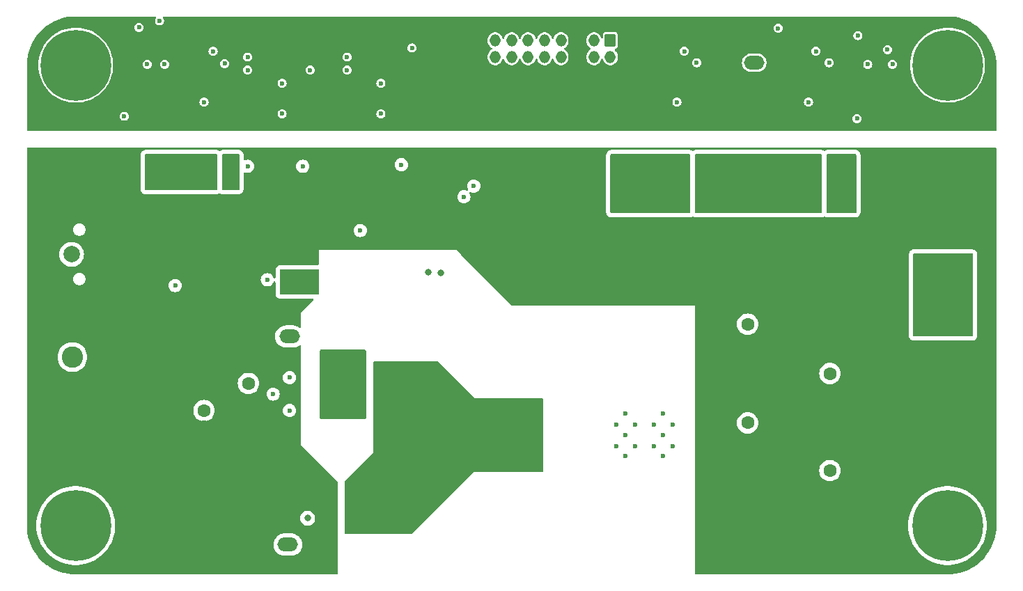
<source format=gbr>
%TF.GenerationSoftware,KiCad,Pcbnew,8.0.4*%
%TF.CreationDate,2024-08-07T19:09:05+02:00*%
%TF.ProjectId,ELE0124CL_power_buck,454c4530-3132-4344-934c-5f706f776572,1.0*%
%TF.SameCoordinates,Original*%
%TF.FileFunction,Copper,L2,Inr*%
%TF.FilePolarity,Positive*%
%FSLAX46Y46*%
G04 Gerber Fmt 4.6, Leading zero omitted, Abs format (unit mm)*
G04 Created by KiCad (PCBNEW 8.0.4) date 2024-08-07 19:09:05*
%MOMM*%
%LPD*%
G01*
G04 APERTURE LIST*
G04 Aperture macros list*
%AMRoundRect*
0 Rectangle with rounded corners*
0 $1 Rounding radius*
0 $2 $3 $4 $5 $6 $7 $8 $9 X,Y pos of 4 corners*
0 Add a 4 corners polygon primitive as box body*
4,1,4,$2,$3,$4,$5,$6,$7,$8,$9,$2,$3,0*
0 Add four circle primitives for the rounded corners*
1,1,$1+$1,$2,$3*
1,1,$1+$1,$4,$5*
1,1,$1+$1,$6,$7*
1,1,$1+$1,$8,$9*
0 Add four rect primitives between the rounded corners*
20,1,$1+$1,$2,$3,$4,$5,0*
20,1,$1+$1,$4,$5,$6,$7,0*
20,1,$1+$1,$6,$7,$8,$9,0*
20,1,$1+$1,$8,$9,$2,$3,0*%
G04 Aperture macros list end*
%TA.AperFunction,ComponentPad*%
%ADD10C,1.600000*%
%TD*%
%TA.AperFunction,ComponentPad*%
%ADD11C,1.200000*%
%TD*%
%TA.AperFunction,ComponentPad*%
%ADD12C,8.600000*%
%TD*%
%TA.AperFunction,ComponentPad*%
%ADD13RoundRect,0.050000X-1.250000X1.250000X-1.250000X-1.250000X1.250000X-1.250000X1.250000X1.250000X0*%
%TD*%
%TA.AperFunction,ComponentPad*%
%ADD14C,2.600000*%
%TD*%
%TA.AperFunction,ComponentPad*%
%ADD15O,2.500000X1.700000*%
%TD*%
%TA.AperFunction,ComponentPad*%
%ADD16RoundRect,0.200000X0.800000X-0.800000X0.800000X0.800000X-0.800000X0.800000X-0.800000X-0.800000X0*%
%TD*%
%TA.AperFunction,ComponentPad*%
%ADD17C,2.000000*%
%TD*%
%TA.AperFunction,ComponentPad*%
%ADD18RoundRect,0.043333X-0.606667X0.706667X-0.606667X-0.706667X0.606667X-0.706667X0.606667X0.706667X0*%
%TD*%
%TA.AperFunction,ComponentPad*%
%ADD19O,1.300000X1.500000*%
%TD*%
%TA.AperFunction,ComponentPad*%
%ADD20RoundRect,0.050000X1.250000X-1.250000X1.250000X1.250000X-1.250000X1.250000X-1.250000X-1.250000X0*%
%TD*%
%TA.AperFunction,ViaPad*%
%ADD21C,0.600000*%
%TD*%
%TA.AperFunction,ViaPad*%
%ADD22C,0.800000*%
%TD*%
G04 APERTURE END LIST*
D10*
%TO.N,+24V*%
%TO.C,C2*%
X92600000Y-109000000D03*
%TO.N,GND_PWR*%
X92600000Y-111000000D03*
%TD*%
D11*
%TO.N,N/C*%
%TO.C,REF\u002A\u002A*%
X179775000Y-123000000D03*
X180719581Y-120719581D03*
X180719581Y-125280419D03*
X183000000Y-119775000D03*
D12*
X183000000Y-123000000D03*
D11*
X183000000Y-126225000D03*
X185280419Y-120719581D03*
X185280419Y-125280419D03*
X186225000Y-123000000D03*
%TD*%
D13*
%TO.N,+VOUT_OUT*%
%TO.C,J3*%
X183400000Y-97500000D03*
D14*
%TO.N,GND_PWR*%
X183400000Y-102500000D03*
%TD*%
D15*
%TO.N,/Gate Drivers/G_SENSE_L*%
%TO.C,TP6*%
X102800000Y-125300000D03*
%TD*%
D16*
%TO.N,GND_PWR*%
%TO.C,J1*%
X73500000Y-90000000D03*
D17*
%TO.N,+12V*%
X76500000Y-90000000D03*
%TD*%
D15*
%TO.N,/Gate Drivers/G_SENSE_H*%
%TO.C,TP5*%
X103000000Y-100000000D03*
%TD*%
D10*
%TO.N,+24V*%
%TO.C,C1*%
X98000000Y-105700000D03*
%TO.N,GND_PWR*%
X98000000Y-103700000D03*
%TD*%
D11*
%TO.N,N/C*%
%TO.C,REF\u002A\u002A*%
X73775000Y-67000000D03*
X74719581Y-64719581D03*
X74719581Y-69280419D03*
X77000000Y-63775000D03*
D12*
X77000000Y-67000000D03*
D11*
X77000000Y-70225000D03*
X79280419Y-64719581D03*
X79280419Y-69280419D03*
X80225000Y-67000000D03*
%TD*%
D15*
%TO.N,/Gate Drivers/SWITCHING_NODE*%
%TO.C,TP7*%
X118000000Y-112000000D03*
%TD*%
%TO.N,GND_PWR*%
%TO.C,TP8*%
X95000000Y-120000000D03*
%TD*%
D10*
%TO.N,+VOUT*%
%TO.C,C8*%
X168700000Y-116300000D03*
%TO.N,GND_PWR*%
X168700000Y-121300000D03*
%TD*%
D18*
%TO.N,/PWM_H1*%
%TO.C,J4*%
X142000000Y-64000000D03*
D19*
%TO.N,/PWM_L1*%
X142000000Y-66000000D03*
%TO.N,unconnected-(J4-Pin_3-Pad3)*%
X140000000Y-64000000D03*
%TO.N,unconnected-(J4-Pin_4-Pad4)*%
X140000000Y-66000000D03*
%TO.N,GND*%
X138000000Y-64000000D03*
X138000000Y-66000000D03*
%TO.N,+5V*%
X136000000Y-64000000D03*
%TO.N,/RESET*%
X136000000Y-66000000D03*
%TO.N,+3V3*%
X134000000Y-64000000D03*
%TO.N,unconnected-(J4-Pin_10-Pad10)*%
X134000000Y-66000000D03*
%TO.N,unconnected-(J4-Pin_11-Pad11)*%
X132000000Y-64000000D03*
%TO.N,/ADC_6*%
X132000000Y-66000000D03*
%TO.N,/ADC_0*%
X130000000Y-64000000D03*
%TO.N,/ADC_1*%
X130000000Y-66000000D03*
%TO.N,/ADC_2*%
X128000000Y-64000000D03*
%TO.N,/ADC_3*%
X128000000Y-66000000D03*
%TD*%
D10*
%TO.N,+VOUT*%
%TO.C,C11*%
X158700000Y-110500000D03*
%TO.N,GND_PWR*%
X158700000Y-115500000D03*
%TD*%
%TO.N,+VOUT*%
%TO.C,C7*%
X158700000Y-98500000D03*
%TO.N,GND_PWR*%
X158700000Y-103500000D03*
%TD*%
D15*
%TO.N,/ADC_1*%
%TO.C,TP1*%
X159500000Y-66700000D03*
%TD*%
D20*
%TO.N,GND_PWR*%
%TO.C,J2*%
X76600000Y-107500000D03*
D14*
%TO.N,+24V_IN*%
X76600000Y-102500000D03*
%TD*%
D11*
%TO.N,N/C*%
%TO.C,REF\u002A\u002A*%
X73775000Y-123000000D03*
X74719581Y-120719581D03*
X74719581Y-125280419D03*
X77000000Y-119775000D03*
D12*
X77000000Y-123000000D03*
D11*
X77000000Y-126225000D03*
X79280419Y-120719581D03*
X79280419Y-125280419D03*
X80225000Y-123000000D03*
%TD*%
%TO.N,N/C*%
%TO.C,REF\u002A\u002A*%
X179775000Y-67000000D03*
X180719581Y-64719581D03*
X180719581Y-69280419D03*
X183000000Y-63775000D03*
D12*
X183000000Y-67000000D03*
D11*
X183000000Y-70225000D03*
X185280419Y-64719581D03*
X185280419Y-69280419D03*
X186225000Y-67000000D03*
%TD*%
D15*
%TO.N,GND*%
%TO.C,TP13*%
X159500000Y-72200000D03*
%TD*%
D10*
%TO.N,+VOUT*%
%TO.C,C9*%
X168700000Y-104500000D03*
%TO.N,GND_PWR*%
X168700000Y-109500000D03*
%TD*%
D21*
%TO.N,GND_PWR*%
X89100000Y-88200000D03*
X173300000Y-99800000D03*
X134000000Y-90000000D03*
X176300000Y-82400000D03*
X163400000Y-98400000D03*
D22*
X106300000Y-119300000D03*
D21*
X103600000Y-121000000D03*
X173400000Y-95000000D03*
X163900000Y-124000000D03*
X126600000Y-88800000D03*
X103600000Y-119000000D03*
D22*
X121350000Y-92250000D03*
D21*
X163900000Y-122600000D03*
X91400000Y-99900000D03*
X128200000Y-83000000D03*
X75000000Y-80000000D03*
X183000000Y-115000000D03*
X96800000Y-112800000D03*
X99200000Y-112800000D03*
X80000000Y-115000000D03*
X153900000Y-125000000D03*
X134000000Y-83000000D03*
X85500000Y-93100000D03*
X163900000Y-121600000D03*
X153900000Y-124000000D03*
X140000000Y-90000000D03*
X154000000Y-119200000D03*
X124200000Y-88800000D03*
X103600000Y-116900000D03*
X93000000Y-115000000D03*
X173300000Y-100800000D03*
X140000000Y-83000000D03*
X86000000Y-125000000D03*
X107000000Y-117000000D03*
X102000000Y-118000000D03*
X163900000Y-125000000D03*
X86000000Y-115000000D03*
X94000000Y-125000000D03*
X173400000Y-98400000D03*
X98400000Y-98100000D03*
X154000000Y-120200000D03*
X163400000Y-96000000D03*
X173400000Y-97400000D03*
X80600000Y-83200000D03*
X163400000Y-95000000D03*
X183000000Y-110000000D03*
X81100000Y-91700000D03*
X176300000Y-86300000D03*
X86000000Y-120000000D03*
X91400000Y-102000000D03*
X80000000Y-80000000D03*
X102000000Y-120000000D03*
X173400000Y-96000000D03*
X182100000Y-79900000D03*
X93800000Y-102000000D03*
X85500000Y-94100000D03*
X163400000Y-97400000D03*
X182100000Y-78300000D03*
X93800000Y-99900000D03*
X87300000Y-86000000D03*
X154000000Y-121600000D03*
X154000000Y-122600000D03*
X75000000Y-115000000D03*
%TO.N,+24V*%
X109100000Y-107900000D03*
X95200000Y-80200000D03*
X95200000Y-81600000D03*
X109100000Y-102700000D03*
X95800000Y-80900000D03*
X96400000Y-80200000D03*
X100300000Y-93100000D03*
X103000000Y-105000000D03*
X111500000Y-107900000D03*
X111500000Y-105300000D03*
X101000000Y-107000000D03*
X110300000Y-104000000D03*
X103000000Y-109000000D03*
X109100000Y-105300000D03*
X111500000Y-102700000D03*
X110300000Y-106600000D03*
%TO.N,+VOUT*%
X155400000Y-79000000D03*
X160000000Y-81600000D03*
X156500000Y-82900000D03*
X165700000Y-80300000D03*
X160000000Y-79000000D03*
X161100000Y-80300000D03*
X162300000Y-79000000D03*
X153100000Y-81600000D03*
X155400000Y-81600000D03*
X163400000Y-82900000D03*
X157700000Y-81600000D03*
X162300000Y-81600000D03*
X156500000Y-80300000D03*
X154200000Y-80300000D03*
X158800000Y-80300000D03*
X161100000Y-82900000D03*
X165700000Y-82900000D03*
X164600000Y-81600000D03*
X166900000Y-81600000D03*
X163400000Y-80300000D03*
X157700000Y-79000000D03*
X154200000Y-82900000D03*
X158800000Y-82900000D03*
%TO.N,GND*%
X98100000Y-71200000D03*
X84700000Y-66300000D03*
X178000000Y-68100000D03*
X178100000Y-73500000D03*
X171600000Y-65000000D03*
X162900000Y-74400000D03*
X109700000Y-69900000D03*
X89400000Y-74500000D03*
X171000000Y-69800000D03*
X97900000Y-73300000D03*
X105400000Y-66000000D03*
X147100000Y-66700000D03*
X97700000Y-69200000D03*
X120500000Y-73100000D03*
X89200000Y-73500000D03*
X154500000Y-63500000D03*
X170600000Y-63500000D03*
X83100000Y-74500000D03*
X146900000Y-74400000D03*
X89800000Y-66700000D03*
X110000000Y-71200000D03*
X130000000Y-72000000D03*
X89800000Y-68300000D03*
X163100000Y-66700000D03*
X81900000Y-71400000D03*
X147100000Y-68300000D03*
X163100000Y-68300000D03*
X97100000Y-63500000D03*
X140000000Y-72000000D03*
X171600000Y-66900000D03*
%TO.N,+5V*%
X166100000Y-71500000D03*
X97900000Y-66000000D03*
X110000000Y-66000000D03*
X92605000Y-71500000D03*
X114100000Y-69200000D03*
X150100000Y-71500000D03*
X105500000Y-67600000D03*
X151000000Y-65300000D03*
X93705000Y-65300000D03*
X97900000Y-67600000D03*
X102100000Y-69200000D03*
X167000000Y-65300000D03*
X110000000Y-67600000D03*
%TO.N,/Gate Drivers/VBOOT*%
X97900000Y-79300000D03*
X104600000Y-79300000D03*
%TO.N,/Gate Drivers/SWITCHING_NODE*%
X126300000Y-113300000D03*
X116200000Y-122500000D03*
X115100000Y-121300000D03*
X128600000Y-113300000D03*
X117400000Y-118700000D03*
X127400000Y-112000000D03*
X132000000Y-112000000D03*
X116200000Y-117400000D03*
X117400000Y-121300000D03*
X111600000Y-122500000D03*
X111600000Y-120000000D03*
X112800000Y-118700000D03*
X115100000Y-104000000D03*
X117000000Y-115000000D03*
X126300000Y-110700000D03*
X133200000Y-110700000D03*
X130900000Y-113300000D03*
X115100000Y-105900000D03*
X120000000Y-109000000D03*
X120000000Y-117000000D03*
X123000000Y-112000000D03*
X130900000Y-110700000D03*
X116200000Y-120000000D03*
X133200000Y-113300000D03*
X115100000Y-118700000D03*
X112800000Y-121300000D03*
X117000000Y-105000000D03*
X132000000Y-114500000D03*
X132000000Y-109400000D03*
X127400000Y-109400000D03*
X127400000Y-114500000D03*
X123000000Y-109000000D03*
X111600000Y-117400000D03*
X110500000Y-121300000D03*
X120000000Y-115000000D03*
X117000000Y-109000000D03*
X128600000Y-110700000D03*
X120000000Y-107000000D03*
X113900000Y-107400000D03*
X117000000Y-107000000D03*
X110500000Y-118700000D03*
X123000000Y-115000000D03*
X120000000Y-105000000D03*
%TO.N,+12V*%
X111600000Y-87100000D03*
X105800000Y-94000000D03*
X125400000Y-81700000D03*
X104300000Y-92600000D03*
X102800000Y-92600000D03*
X102800000Y-94000000D03*
X105800000Y-92600000D03*
X116600000Y-79100000D03*
X104300000Y-94000000D03*
X124200000Y-83000000D03*
%TO.N,+3V3*%
X172000000Y-73500000D03*
X84700000Y-62400000D03*
X172100000Y-63400000D03*
X82900000Y-73200000D03*
%TO.N,+24V_IN*%
X88400000Y-80200000D03*
X90800000Y-81400000D03*
X86800000Y-80200000D03*
X91600000Y-80200000D03*
X86000000Y-79000000D03*
X89100000Y-93800000D03*
X89200000Y-79000000D03*
X87600000Y-81400000D03*
X92400000Y-81400000D03*
X90000000Y-80200000D03*
X93200000Y-80200000D03*
X89200000Y-81400000D03*
X87600000Y-79000000D03*
X90800000Y-79000000D03*
X86000000Y-81400000D03*
%TO.N,+VOUT_OUT*%
X185300000Y-93300000D03*
X170200000Y-80300000D03*
X170200000Y-82900000D03*
X179600000Y-94600000D03*
X171300000Y-81600000D03*
X184200000Y-94600000D03*
X181900000Y-94600000D03*
X183000000Y-93300000D03*
X179600000Y-92000000D03*
X169000000Y-81600000D03*
X181900000Y-92000000D03*
X183000000Y-90700000D03*
X180700000Y-90700000D03*
X180700000Y-93300000D03*
X185300000Y-90700000D03*
X184200000Y-92000000D03*
X171300000Y-79000000D03*
%TO.N,/ADC_3*%
X95105000Y-66800000D03*
%TO.N,/ADC_2*%
X87200000Y-61600000D03*
%TO.N,/ADC_0*%
X175700000Y-65100000D03*
%TO.N,/RESET*%
X114100000Y-72900000D03*
X117900000Y-64900000D03*
X102100000Y-72900000D03*
%TO.N,/ADC_1*%
X152500000Y-66700000D03*
%TO.N,/ADC_6*%
X168600000Y-66700000D03*
X162400000Y-62500000D03*
%TO.N,Net-(L1-Pad2)*%
X145000000Y-113300000D03*
X149600000Y-113300000D03*
X148400000Y-109400000D03*
X143800000Y-114500000D03*
X147300000Y-110700000D03*
X149800000Y-80300000D03*
X144000000Y-81600000D03*
X145200000Y-82900000D03*
X148600000Y-81600000D03*
X146300000Y-81600000D03*
X142900000Y-80300000D03*
X142700000Y-113300000D03*
X149800000Y-82900000D03*
X145200000Y-80300000D03*
X147500000Y-80300000D03*
X149600000Y-110700000D03*
X147500000Y-82900000D03*
X147300000Y-113300000D03*
X142700000Y-110700000D03*
X146300000Y-79000000D03*
X148400000Y-114500000D03*
X150900000Y-81600000D03*
X143800000Y-109400000D03*
X142900000Y-82900000D03*
X144000000Y-79000000D03*
X148400000Y-112000000D03*
X145000000Y-110700000D03*
X143800000Y-112000000D03*
D22*
%TO.N,/Gate Drivers/G_SENSE_L*%
X119900000Y-92200000D03*
X105200000Y-122100000D03*
D21*
%TO.N,Net-(U8A-IN1+)*%
X87800000Y-66900000D03*
X85700000Y-66900000D03*
%TO.N,Net-(U12A-IN1+)*%
X173300000Y-66900000D03*
X176300000Y-66900000D03*
%TD*%
%TA.AperFunction,Conductor*%
%TO.N,+24V*%
G36*
X96843039Y-77819685D02*
G01*
X96888794Y-77872489D01*
X96900000Y-77924000D01*
X96900000Y-82076000D01*
X96880315Y-82143039D01*
X96827511Y-82188794D01*
X96776000Y-82200000D01*
X94924000Y-82200000D01*
X94856961Y-82180315D01*
X94811206Y-82127511D01*
X94800000Y-82076000D01*
X94800000Y-77924000D01*
X94819685Y-77856961D01*
X94872489Y-77811206D01*
X94924000Y-77800000D01*
X96776000Y-77800000D01*
X96843039Y-77819685D01*
G37*
%TD.AperFunction*%
%TD*%
%TA.AperFunction,Conductor*%
%TO.N,+24V_IN*%
G36*
X94143039Y-77819685D02*
G01*
X94188794Y-77872489D01*
X94200000Y-77924000D01*
X94200000Y-82076000D01*
X94180315Y-82143039D01*
X94127511Y-82188794D01*
X94076000Y-82200000D01*
X85524000Y-82200000D01*
X85456961Y-82180315D01*
X85411206Y-82127511D01*
X85400000Y-82076000D01*
X85400000Y-77924000D01*
X85419685Y-77856961D01*
X85472489Y-77811206D01*
X85524000Y-77800000D01*
X94076000Y-77800000D01*
X94143039Y-77819685D01*
G37*
%TD.AperFunction*%
%TD*%
%TA.AperFunction,Conductor*%
%TO.N,/Gate Drivers/SWITCHING_NODE*%
G36*
X121015677Y-103019685D02*
G01*
X121036319Y-103036319D01*
X125500000Y-107500000D01*
X133676000Y-107500000D01*
X133743039Y-107519685D01*
X133788794Y-107572489D01*
X133800000Y-107624000D01*
X133800000Y-116376000D01*
X133780315Y-116443039D01*
X133727511Y-116488794D01*
X133676000Y-116500000D01*
X125399999Y-116500000D01*
X117936319Y-123963681D01*
X117874996Y-123997166D01*
X117848638Y-124000000D01*
X109824000Y-124000000D01*
X109756961Y-123980315D01*
X109711206Y-123927511D01*
X109700000Y-123876000D01*
X109700000Y-117652418D01*
X109719685Y-117585379D01*
X109737599Y-117563475D01*
X113200000Y-114200000D01*
X113200000Y-103124000D01*
X113219685Y-103056961D01*
X113272489Y-103011206D01*
X113324000Y-103000000D01*
X120948638Y-103000000D01*
X121015677Y-103019685D01*
G37*
%TD.AperFunction*%
%TD*%
%TA.AperFunction,Conductor*%
%TO.N,GND_PWR*%
G36*
X188882539Y-77019685D02*
G01*
X188928294Y-77072489D01*
X188939500Y-77124000D01*
X188939500Y-122997575D01*
X188939404Y-123002443D01*
X188921382Y-123461140D01*
X188920618Y-123470847D01*
X188866947Y-123924304D01*
X188865424Y-123933920D01*
X188776341Y-124381769D01*
X188774068Y-124391237D01*
X188650124Y-124830708D01*
X188647116Y-124839968D01*
X188489067Y-125268378D01*
X188485341Y-125277373D01*
X188294168Y-125692061D01*
X188289749Y-125700732D01*
X188066633Y-126099133D01*
X188061552Y-126107426D01*
X187807862Y-126487100D01*
X187802139Y-126494977D01*
X187519445Y-126853573D01*
X187513122Y-126860976D01*
X187203168Y-127196283D01*
X187196283Y-127203168D01*
X186860976Y-127513122D01*
X186853573Y-127519445D01*
X186494977Y-127802139D01*
X186487100Y-127807862D01*
X186107426Y-128061552D01*
X186099133Y-128066633D01*
X185714014Y-128282312D01*
X185700736Y-128289748D01*
X185692061Y-128294168D01*
X185277373Y-128485341D01*
X185268378Y-128489067D01*
X184839968Y-128647116D01*
X184830708Y-128650124D01*
X184391237Y-128774068D01*
X184381769Y-128776341D01*
X183933920Y-128865424D01*
X183924304Y-128866947D01*
X183470847Y-128920618D01*
X183461140Y-128921382D01*
X183002443Y-128939404D01*
X182997575Y-128939500D01*
X152424000Y-128939500D01*
X152356961Y-128919815D01*
X152311206Y-128867011D01*
X152300000Y-128815500D01*
X152300000Y-122999996D01*
X178194661Y-122999996D01*
X178194661Y-123000003D01*
X178214005Y-123430737D01*
X178214005Y-123430745D01*
X178214006Y-123430747D01*
X178219438Y-123470847D01*
X178271885Y-123858027D01*
X178367830Y-124278391D01*
X178501073Y-124688472D01*
X178501076Y-124688480D01*
X178670533Y-125084947D01*
X178670537Y-125084955D01*
X178729063Y-125193713D01*
X178874863Y-125464655D01*
X178874867Y-125464661D01*
X178874867Y-125464662D01*
X179112394Y-125824501D01*
X179112404Y-125824514D01*
X179381225Y-126161607D01*
X179381235Y-126161618D01*
X179381236Y-126161619D01*
X179679210Y-126473274D01*
X180003920Y-126756965D01*
X180003930Y-126756972D01*
X180003931Y-126756973D01*
X180339524Y-127000796D01*
X180352753Y-127010407D01*
X180722900Y-127231560D01*
X180722903Y-127231561D01*
X180722904Y-127231562D01*
X180722906Y-127231563D01*
X181111372Y-127418639D01*
X181111386Y-127418645D01*
X181515055Y-127570144D01*
X181515059Y-127570145D01*
X181515069Y-127570149D01*
X181930711Y-127684859D01*
X182354964Y-127761850D01*
X182784409Y-127800500D01*
X182784416Y-127800500D01*
X183215584Y-127800500D01*
X183215591Y-127800500D01*
X183645036Y-127761850D01*
X184069289Y-127684859D01*
X184484931Y-127570149D01*
X184888619Y-127418643D01*
X185277100Y-127231560D01*
X185647247Y-127010407D01*
X185996080Y-126756965D01*
X186320790Y-126473274D01*
X186618764Y-126161619D01*
X186661982Y-126107426D01*
X186887595Y-125824514D01*
X186887601Y-125824507D01*
X187125137Y-125464655D01*
X187329461Y-125084958D01*
X187498926Y-124688475D01*
X187632168Y-124278397D01*
X187728115Y-123858026D01*
X187785994Y-123430747D01*
X187805339Y-123000000D01*
X187785994Y-122569253D01*
X187728115Y-122141974D01*
X187632168Y-121721603D01*
X187498926Y-121311525D01*
X187435376Y-121162843D01*
X187329466Y-120915052D01*
X187329462Y-120915044D01*
X187329461Y-120915042D01*
X187125137Y-120535345D01*
X187125132Y-120535337D01*
X186887605Y-120175498D01*
X186887595Y-120175485D01*
X186618774Y-119838392D01*
X186618762Y-119838379D01*
X186320794Y-119526730D01*
X186320793Y-119526729D01*
X186320790Y-119526726D01*
X185996080Y-119243035D01*
X185996068Y-119243026D01*
X185647256Y-118989599D01*
X185647251Y-118989596D01*
X185647247Y-118989593D01*
X185277100Y-118768440D01*
X185277095Y-118768437D01*
X185277093Y-118768436D01*
X184888627Y-118581360D01*
X184888613Y-118581354D01*
X184484944Y-118429855D01*
X184484919Y-118429847D01*
X184069295Y-118315142D01*
X183645043Y-118238151D01*
X183645040Y-118238150D01*
X183645036Y-118238150D01*
X183215591Y-118199500D01*
X182784409Y-118199500D01*
X182354964Y-118238150D01*
X182354960Y-118238150D01*
X182354956Y-118238151D01*
X181930704Y-118315142D01*
X181515080Y-118429847D01*
X181515055Y-118429855D01*
X181111386Y-118581354D01*
X181111372Y-118581360D01*
X180722906Y-118768436D01*
X180722904Y-118768437D01*
X180352743Y-118989599D01*
X180003931Y-119243026D01*
X180003914Y-119243039D01*
X179679210Y-119526726D01*
X179679205Y-119526730D01*
X179381237Y-119838379D01*
X179381225Y-119838392D01*
X179112404Y-120175485D01*
X179112394Y-120175498D01*
X178874867Y-120535337D01*
X178874867Y-120535338D01*
X178670537Y-120915044D01*
X178670533Y-120915052D01*
X178501076Y-121311519D01*
X178501073Y-121311527D01*
X178367830Y-121721608D01*
X178271885Y-122141972D01*
X178214006Y-122569253D01*
X178214005Y-122569262D01*
X178194661Y-122999996D01*
X152300000Y-122999996D01*
X152300000Y-116299998D01*
X167394532Y-116299998D01*
X167394532Y-116300001D01*
X167414364Y-116526686D01*
X167414366Y-116526697D01*
X167473258Y-116746488D01*
X167473261Y-116746497D01*
X167569431Y-116952732D01*
X167569432Y-116952734D01*
X167699954Y-117139141D01*
X167860858Y-117300045D01*
X167860861Y-117300047D01*
X168047266Y-117430568D01*
X168253504Y-117526739D01*
X168473308Y-117585635D01*
X168635230Y-117599801D01*
X168699998Y-117605468D01*
X168700000Y-117605468D01*
X168700002Y-117605468D01*
X168756673Y-117600509D01*
X168926692Y-117585635D01*
X169146496Y-117526739D01*
X169352734Y-117430568D01*
X169539139Y-117300047D01*
X169700047Y-117139139D01*
X169830568Y-116952734D01*
X169926739Y-116746496D01*
X169985635Y-116526692D01*
X170005468Y-116300000D01*
X169985635Y-116073308D01*
X169926739Y-115853504D01*
X169830568Y-115647266D01*
X169700047Y-115460861D01*
X169700045Y-115460858D01*
X169539141Y-115299954D01*
X169352734Y-115169432D01*
X169352732Y-115169431D01*
X169146497Y-115073261D01*
X169146488Y-115073258D01*
X168926697Y-115014366D01*
X168926693Y-115014365D01*
X168926692Y-115014365D01*
X168926691Y-115014364D01*
X168926686Y-115014364D01*
X168700002Y-114994532D01*
X168699998Y-114994532D01*
X168473313Y-115014364D01*
X168473302Y-115014366D01*
X168253511Y-115073258D01*
X168253502Y-115073261D01*
X168047267Y-115169431D01*
X168047265Y-115169432D01*
X167860858Y-115299954D01*
X167699954Y-115460858D01*
X167569432Y-115647265D01*
X167569431Y-115647267D01*
X167473261Y-115853502D01*
X167473258Y-115853511D01*
X167414366Y-116073302D01*
X167414364Y-116073313D01*
X167394532Y-116299998D01*
X152300000Y-116299998D01*
X152300000Y-110499998D01*
X157394532Y-110499998D01*
X157394532Y-110500001D01*
X157414364Y-110726686D01*
X157414366Y-110726697D01*
X157473258Y-110946488D01*
X157473261Y-110946497D01*
X157569431Y-111152732D01*
X157569432Y-111152734D01*
X157699954Y-111339141D01*
X157860858Y-111500045D01*
X157907693Y-111532839D01*
X158047266Y-111630568D01*
X158253504Y-111726739D01*
X158473308Y-111785635D01*
X158635230Y-111799801D01*
X158699998Y-111805468D01*
X158700000Y-111805468D01*
X158700002Y-111805468D01*
X158756673Y-111800509D01*
X158926692Y-111785635D01*
X159146496Y-111726739D01*
X159352734Y-111630568D01*
X159539139Y-111500047D01*
X159700047Y-111339139D01*
X159830568Y-111152734D01*
X159926739Y-110946496D01*
X159985635Y-110726692D01*
X160005468Y-110500000D01*
X160004938Y-110493947D01*
X159997206Y-110405567D01*
X159985635Y-110273308D01*
X159926739Y-110053504D01*
X159830568Y-109847266D01*
X159700047Y-109660861D01*
X159700045Y-109660858D01*
X159539141Y-109499954D01*
X159352734Y-109369432D01*
X159352732Y-109369431D01*
X159146497Y-109273261D01*
X159146488Y-109273258D01*
X158926697Y-109214366D01*
X158926693Y-109214365D01*
X158926692Y-109214365D01*
X158926691Y-109214364D01*
X158926686Y-109214364D01*
X158700002Y-109194532D01*
X158699998Y-109194532D01*
X158473313Y-109214364D01*
X158473302Y-109214366D01*
X158253511Y-109273258D01*
X158253502Y-109273261D01*
X158047267Y-109369431D01*
X158047265Y-109369432D01*
X157860858Y-109499954D01*
X157699954Y-109660858D01*
X157569432Y-109847265D01*
X157569431Y-109847267D01*
X157473261Y-110053502D01*
X157473258Y-110053511D01*
X157414366Y-110273302D01*
X157414364Y-110273313D01*
X157394532Y-110499998D01*
X152300000Y-110499998D01*
X152300000Y-104499998D01*
X167394532Y-104499998D01*
X167394532Y-104500001D01*
X167414364Y-104726686D01*
X167414366Y-104726697D01*
X167473258Y-104946488D01*
X167473261Y-104946497D01*
X167569431Y-105152732D01*
X167569432Y-105152734D01*
X167699954Y-105339141D01*
X167860858Y-105500045D01*
X167860861Y-105500047D01*
X168047266Y-105630568D01*
X168253504Y-105726739D01*
X168473308Y-105785635D01*
X168635230Y-105799801D01*
X168699998Y-105805468D01*
X168700000Y-105805468D01*
X168700002Y-105805468D01*
X168756673Y-105800509D01*
X168926692Y-105785635D01*
X169146496Y-105726739D01*
X169352734Y-105630568D01*
X169539139Y-105500047D01*
X169700047Y-105339139D01*
X169830568Y-105152734D01*
X169926739Y-104946496D01*
X169985635Y-104726692D01*
X170005468Y-104500000D01*
X169985635Y-104273308D01*
X169929459Y-104063654D01*
X169926741Y-104053511D01*
X169926738Y-104053502D01*
X169830568Y-103847267D01*
X169830567Y-103847265D01*
X169700045Y-103660858D01*
X169539141Y-103499954D01*
X169352734Y-103369432D01*
X169352732Y-103369431D01*
X169146497Y-103273261D01*
X169146488Y-103273258D01*
X168926697Y-103214366D01*
X168926693Y-103214365D01*
X168926692Y-103214365D01*
X168926691Y-103214364D01*
X168926686Y-103214364D01*
X168700002Y-103194532D01*
X168699998Y-103194532D01*
X168473313Y-103214364D01*
X168473302Y-103214366D01*
X168253511Y-103273258D01*
X168253502Y-103273261D01*
X168047267Y-103369431D01*
X168047265Y-103369432D01*
X167860858Y-103499954D01*
X167699954Y-103660858D01*
X167569432Y-103847265D01*
X167569431Y-103847267D01*
X167473261Y-104053502D01*
X167473258Y-104053511D01*
X167414366Y-104273302D01*
X167414364Y-104273313D01*
X167394532Y-104499998D01*
X152300000Y-104499998D01*
X152300000Y-98499998D01*
X157394532Y-98499998D01*
X157394532Y-98500001D01*
X157414364Y-98726686D01*
X157414366Y-98726697D01*
X157473258Y-98946488D01*
X157473261Y-98946497D01*
X157569431Y-99152732D01*
X157569432Y-99152734D01*
X157699954Y-99339141D01*
X157860858Y-99500045D01*
X157860861Y-99500047D01*
X158047266Y-99630568D01*
X158253504Y-99726739D01*
X158473308Y-99785635D01*
X158635230Y-99799801D01*
X158699998Y-99805468D01*
X158700000Y-99805468D01*
X158700002Y-99805468D01*
X158756673Y-99800509D01*
X158926692Y-99785635D01*
X159146496Y-99726739D01*
X159352734Y-99630568D01*
X159539139Y-99500047D01*
X159700047Y-99339139D01*
X159830568Y-99152734D01*
X159926739Y-98946496D01*
X159985635Y-98726692D01*
X160005468Y-98500000D01*
X159985635Y-98273308D01*
X159926739Y-98053504D01*
X159830568Y-97847266D01*
X159700047Y-97660861D01*
X159700045Y-97660858D01*
X159539141Y-97499954D01*
X159352734Y-97369432D01*
X159352732Y-97369431D01*
X159146497Y-97273261D01*
X159146488Y-97273258D01*
X158926697Y-97214366D01*
X158926693Y-97214365D01*
X158926692Y-97214365D01*
X158926691Y-97214364D01*
X158926686Y-97214364D01*
X158700002Y-97194532D01*
X158699998Y-97194532D01*
X158473313Y-97214364D01*
X158473302Y-97214366D01*
X158253511Y-97273258D01*
X158253502Y-97273261D01*
X158047267Y-97369431D01*
X158047265Y-97369432D01*
X157860858Y-97499954D01*
X157699954Y-97660858D01*
X157569432Y-97847265D01*
X157569431Y-97847267D01*
X157473261Y-98053502D01*
X157473258Y-98053511D01*
X157414366Y-98273302D01*
X157414364Y-98273313D01*
X157394532Y-98499998D01*
X152300000Y-98499998D01*
X152300000Y-96200000D01*
X130051362Y-96200000D01*
X129984323Y-96180315D01*
X129963681Y-96163681D01*
X123824000Y-90024000D01*
X178294500Y-90024000D01*
X178294500Y-99876000D01*
X178294501Y-99876009D01*
X178306052Y-99983450D01*
X178306054Y-99983462D01*
X178317260Y-100034972D01*
X178351383Y-100137497D01*
X178351386Y-100137503D01*
X178429171Y-100258537D01*
X178429179Y-100258548D01*
X178474923Y-100311340D01*
X178474926Y-100311343D01*
X178474930Y-100311347D01*
X178583664Y-100405567D01*
X178583667Y-100405568D01*
X178583668Y-100405569D01*
X178677925Y-100448616D01*
X178714541Y-100465338D01*
X178781580Y-100485023D01*
X178781584Y-100485024D01*
X178924000Y-100505500D01*
X178924003Y-100505500D01*
X185975990Y-100505500D01*
X185976000Y-100505500D01*
X186083456Y-100493947D01*
X186134967Y-100482741D01*
X186169197Y-100471347D01*
X186237497Y-100448616D01*
X186237501Y-100448613D01*
X186237504Y-100448613D01*
X186358543Y-100370825D01*
X186411347Y-100325070D01*
X186505567Y-100216336D01*
X186565338Y-100085459D01*
X186585023Y-100018420D01*
X186585024Y-100018416D01*
X186605500Y-99876000D01*
X186605500Y-90024000D01*
X186593947Y-89916544D01*
X186582741Y-89865033D01*
X186582637Y-89864722D01*
X186548616Y-89762502D01*
X186548613Y-89762496D01*
X186470828Y-89641462D01*
X186470825Y-89641457D01*
X186470820Y-89641451D01*
X186425076Y-89588659D01*
X186425072Y-89588656D01*
X186425070Y-89588653D01*
X186316336Y-89494433D01*
X186316333Y-89494431D01*
X186316331Y-89494430D01*
X186185465Y-89434664D01*
X186185460Y-89434662D01*
X186185459Y-89434662D01*
X186118420Y-89414977D01*
X186118422Y-89414977D01*
X186118417Y-89414976D01*
X186056347Y-89406052D01*
X185976000Y-89394500D01*
X178924000Y-89394500D01*
X178923991Y-89394500D01*
X178923990Y-89394501D01*
X178816549Y-89406052D01*
X178816537Y-89406054D01*
X178765027Y-89417260D01*
X178662502Y-89451383D01*
X178662496Y-89451386D01*
X178541462Y-89529171D01*
X178541451Y-89529179D01*
X178488659Y-89574923D01*
X178394433Y-89683664D01*
X178394430Y-89683668D01*
X178334664Y-89814534D01*
X178314976Y-89881582D01*
X178309949Y-89916549D01*
X178294500Y-90024000D01*
X123824000Y-90024000D01*
X123300000Y-89500000D01*
X106600000Y-89500000D01*
X106600000Y-91170500D01*
X106580315Y-91237539D01*
X106527511Y-91283294D01*
X106476000Y-91294500D01*
X101924000Y-91294500D01*
X101923991Y-91294500D01*
X101923990Y-91294501D01*
X101816549Y-91306052D01*
X101816537Y-91306054D01*
X101765027Y-91317260D01*
X101662502Y-91351383D01*
X101662496Y-91351386D01*
X101541462Y-91429171D01*
X101541451Y-91429179D01*
X101488659Y-91474923D01*
X101394433Y-91583664D01*
X101394430Y-91583668D01*
X101334664Y-91714534D01*
X101314976Y-91781582D01*
X101294500Y-91924001D01*
X101294500Y-92788596D01*
X101274815Y-92855635D01*
X101222011Y-92901390D01*
X101152853Y-92911334D01*
X101089297Y-92882309D01*
X101053459Y-92829551D01*
X101025790Y-92750480D01*
X101025789Y-92750478D01*
X100929816Y-92597738D01*
X100802262Y-92470184D01*
X100649523Y-92374211D01*
X100479254Y-92314631D01*
X100479249Y-92314630D01*
X100300004Y-92294435D01*
X100299996Y-92294435D01*
X100120750Y-92314630D01*
X100120745Y-92314631D01*
X99950476Y-92374211D01*
X99797737Y-92470184D01*
X99670184Y-92597737D01*
X99574211Y-92750476D01*
X99514631Y-92920745D01*
X99514630Y-92920750D01*
X99494435Y-93099996D01*
X99494435Y-93100003D01*
X99514630Y-93279249D01*
X99514631Y-93279254D01*
X99574211Y-93449523D01*
X99592366Y-93478416D01*
X99670184Y-93602262D01*
X99797738Y-93729816D01*
X99950478Y-93825789D01*
X100120745Y-93885368D01*
X100120750Y-93885369D01*
X100299996Y-93905565D01*
X100300000Y-93905565D01*
X100300004Y-93905565D01*
X100479249Y-93885369D01*
X100479252Y-93885368D01*
X100479255Y-93885368D01*
X100649522Y-93825789D01*
X100802262Y-93729816D01*
X100929816Y-93602262D01*
X101025789Y-93449522D01*
X101053458Y-93370449D01*
X101094180Y-93313673D01*
X101159133Y-93287925D01*
X101227694Y-93301381D01*
X101278097Y-93349768D01*
X101294500Y-93411403D01*
X101294500Y-94776000D01*
X101294501Y-94776009D01*
X101306052Y-94883450D01*
X101306054Y-94883462D01*
X101317260Y-94934972D01*
X101351383Y-95037497D01*
X101351386Y-95037503D01*
X101429171Y-95158537D01*
X101429179Y-95158548D01*
X101474923Y-95211340D01*
X101474926Y-95211343D01*
X101474930Y-95211347D01*
X101583664Y-95305567D01*
X101714541Y-95365338D01*
X101781580Y-95385023D01*
X101781584Y-95385024D01*
X101924000Y-95405500D01*
X101924003Y-95405500D01*
X105795138Y-95405500D01*
X105862177Y-95425185D01*
X105907932Y-95477989D01*
X105917876Y-95547147D01*
X105888851Y-95610703D01*
X105882819Y-95617181D01*
X104400000Y-97099999D01*
X104400000Y-98813868D01*
X104380315Y-98880907D01*
X104327511Y-98926662D01*
X104258353Y-98936606D01*
X104203115Y-98914187D01*
X104107815Y-98844948D01*
X103918414Y-98748444D01*
X103918413Y-98748443D01*
X103918412Y-98748443D01*
X103716243Y-98682754D01*
X103716241Y-98682753D01*
X103716240Y-98682753D01*
X103554957Y-98657208D01*
X103506287Y-98649500D01*
X102493713Y-98649500D01*
X102445042Y-98657208D01*
X102283760Y-98682753D01*
X102081585Y-98748444D01*
X101892179Y-98844951D01*
X101720213Y-98969890D01*
X101569890Y-99120213D01*
X101444951Y-99292179D01*
X101348444Y-99481585D01*
X101282753Y-99683760D01*
X101249500Y-99893713D01*
X101249500Y-100106286D01*
X101281978Y-100311347D01*
X101282754Y-100316243D01*
X101344247Y-100505499D01*
X101348444Y-100518414D01*
X101444951Y-100707820D01*
X101569890Y-100879786D01*
X101720213Y-101030109D01*
X101892179Y-101155048D01*
X101892181Y-101155049D01*
X101892184Y-101155051D01*
X102081588Y-101251557D01*
X102283757Y-101317246D01*
X102493713Y-101350500D01*
X102493714Y-101350500D01*
X103506286Y-101350500D01*
X103506287Y-101350500D01*
X103716243Y-101317246D01*
X103918412Y-101251557D01*
X104107816Y-101155051D01*
X104203115Y-101085813D01*
X104268921Y-101062333D01*
X104336975Y-101078159D01*
X104385670Y-101128264D01*
X104400000Y-101186131D01*
X104400000Y-113200000D01*
X108863681Y-117663681D01*
X108897166Y-117725004D01*
X108900000Y-117751362D01*
X108900000Y-128815500D01*
X108880315Y-128882539D01*
X108827511Y-128928294D01*
X108776000Y-128939500D01*
X77002425Y-128939500D01*
X76997557Y-128939404D01*
X76538859Y-128921382D01*
X76529152Y-128920618D01*
X76075695Y-128866947D01*
X76066079Y-128865424D01*
X75618230Y-128776341D01*
X75608762Y-128774068D01*
X75169291Y-128650124D01*
X75160031Y-128647116D01*
X74731621Y-128489067D01*
X74722626Y-128485341D01*
X74307938Y-128294168D01*
X74299277Y-128289755D01*
X73900854Y-128066627D01*
X73892573Y-128061552D01*
X73864830Y-128043015D01*
X73512899Y-127807862D01*
X73505022Y-127802139D01*
X73219623Y-127577149D01*
X73146423Y-127519442D01*
X73139023Y-127513122D01*
X73074849Y-127453800D01*
X72803709Y-127203161D01*
X72796838Y-127196290D01*
X72486872Y-126860970D01*
X72480554Y-126853573D01*
X72404394Y-126756965D01*
X72197857Y-126494974D01*
X72192137Y-126487100D01*
X72182898Y-126473273D01*
X71938442Y-126107417D01*
X71933376Y-126099152D01*
X71710239Y-125700713D01*
X71705831Y-125692061D01*
X71702351Y-125684513D01*
X71514658Y-125277373D01*
X71510932Y-125268378D01*
X71352883Y-124839968D01*
X71349875Y-124830708D01*
X71322840Y-124734848D01*
X71225930Y-124391233D01*
X71223658Y-124381769D01*
X71196558Y-124245530D01*
X71134574Y-123933914D01*
X71133052Y-123924304D01*
X71127335Y-123876000D01*
X71079379Y-123470828D01*
X71078618Y-123461158D01*
X71060596Y-123002443D01*
X71060548Y-122999996D01*
X72194661Y-122999996D01*
X72194661Y-123000003D01*
X72214005Y-123430737D01*
X72214005Y-123430745D01*
X72214006Y-123430747D01*
X72219438Y-123470847D01*
X72271885Y-123858027D01*
X72367830Y-124278391D01*
X72501073Y-124688472D01*
X72501076Y-124688480D01*
X72670533Y-125084947D01*
X72670537Y-125084955D01*
X72729063Y-125193713D01*
X72874863Y-125464655D01*
X72874867Y-125464661D01*
X72874867Y-125464662D01*
X73112394Y-125824501D01*
X73112404Y-125824514D01*
X73381225Y-126161607D01*
X73381235Y-126161618D01*
X73381236Y-126161619D01*
X73679210Y-126473274D01*
X74003920Y-126756965D01*
X74003930Y-126756972D01*
X74003931Y-126756973D01*
X74339524Y-127000796D01*
X74352753Y-127010407D01*
X74722900Y-127231560D01*
X74722903Y-127231561D01*
X74722904Y-127231562D01*
X74722906Y-127231563D01*
X75111372Y-127418639D01*
X75111386Y-127418645D01*
X75515055Y-127570144D01*
X75515059Y-127570145D01*
X75515069Y-127570149D01*
X75930711Y-127684859D01*
X76354964Y-127761850D01*
X76784409Y-127800500D01*
X76784416Y-127800500D01*
X77215584Y-127800500D01*
X77215591Y-127800500D01*
X77645036Y-127761850D01*
X78069289Y-127684859D01*
X78484931Y-127570149D01*
X78888619Y-127418643D01*
X79277100Y-127231560D01*
X79647247Y-127010407D01*
X79996080Y-126756965D01*
X80320790Y-126473274D01*
X80618764Y-126161619D01*
X80661982Y-126107426D01*
X80887595Y-125824514D01*
X80887601Y-125824507D01*
X81125137Y-125464655D01*
X81270937Y-125193713D01*
X101049500Y-125193713D01*
X101049500Y-125406286D01*
X101070558Y-125539245D01*
X101082754Y-125616243D01*
X101104936Y-125684513D01*
X101148444Y-125818414D01*
X101244951Y-126007820D01*
X101369890Y-126179786D01*
X101520213Y-126330109D01*
X101692179Y-126455048D01*
X101692181Y-126455049D01*
X101692184Y-126455051D01*
X101881588Y-126551557D01*
X102083757Y-126617246D01*
X102293713Y-126650500D01*
X102293714Y-126650500D01*
X103306286Y-126650500D01*
X103306287Y-126650500D01*
X103516243Y-126617246D01*
X103718412Y-126551557D01*
X103907816Y-126455051D01*
X103929789Y-126439086D01*
X104079786Y-126330109D01*
X104079788Y-126330106D01*
X104079792Y-126330104D01*
X104230104Y-126179792D01*
X104230106Y-126179788D01*
X104230109Y-126179786D01*
X104355048Y-126007820D01*
X104355047Y-126007820D01*
X104355051Y-126007816D01*
X104451557Y-125818412D01*
X104517246Y-125616243D01*
X104550500Y-125406287D01*
X104550500Y-125193713D01*
X104517246Y-124983757D01*
X104451557Y-124781588D01*
X104355051Y-124592184D01*
X104355049Y-124592181D01*
X104355048Y-124592179D01*
X104230109Y-124420213D01*
X104079786Y-124269890D01*
X103907820Y-124144951D01*
X103718414Y-124048444D01*
X103718413Y-124048443D01*
X103718412Y-124048443D01*
X103516243Y-123982754D01*
X103516241Y-123982753D01*
X103516240Y-123982753D01*
X103354957Y-123957208D01*
X103306287Y-123949500D01*
X102293713Y-123949500D01*
X102245042Y-123957208D01*
X102083760Y-123982753D01*
X101881585Y-124048444D01*
X101692179Y-124144951D01*
X101520213Y-124269890D01*
X101369890Y-124420213D01*
X101244951Y-124592179D01*
X101148444Y-124781585D01*
X101148443Y-124781587D01*
X101148443Y-124781588D01*
X101130956Y-124835406D01*
X101082753Y-124983760D01*
X101049500Y-125193713D01*
X81270937Y-125193713D01*
X81329461Y-125084958D01*
X81498926Y-124688475D01*
X81632168Y-124278397D01*
X81728115Y-123858026D01*
X81785994Y-123430747D01*
X81805339Y-123000000D01*
X81785994Y-122569253D01*
X81728115Y-122141974D01*
X81718535Y-122100000D01*
X104294540Y-122100000D01*
X104314326Y-122288256D01*
X104314327Y-122288259D01*
X104372818Y-122468277D01*
X104372821Y-122468284D01*
X104467467Y-122632216D01*
X104594129Y-122772888D01*
X104747265Y-122884148D01*
X104747270Y-122884151D01*
X104920192Y-122961142D01*
X104920197Y-122961144D01*
X105105354Y-123000500D01*
X105105355Y-123000500D01*
X105294644Y-123000500D01*
X105294646Y-123000500D01*
X105479803Y-122961144D01*
X105652730Y-122884151D01*
X105805871Y-122772888D01*
X105932533Y-122632216D01*
X106027179Y-122468284D01*
X106085674Y-122288256D01*
X106105460Y-122100000D01*
X106085674Y-121911744D01*
X106027179Y-121731716D01*
X105932533Y-121567784D01*
X105805871Y-121427112D01*
X105805870Y-121427111D01*
X105652734Y-121315851D01*
X105652729Y-121315848D01*
X105479807Y-121238857D01*
X105479802Y-121238855D01*
X105334001Y-121207865D01*
X105294646Y-121199500D01*
X105105354Y-121199500D01*
X105072897Y-121206398D01*
X104920197Y-121238855D01*
X104920192Y-121238857D01*
X104747270Y-121315848D01*
X104747265Y-121315851D01*
X104594129Y-121427111D01*
X104467466Y-121567785D01*
X104372821Y-121731715D01*
X104372818Y-121731722D01*
X104314327Y-121911740D01*
X104314326Y-121911744D01*
X104294540Y-122100000D01*
X81718535Y-122100000D01*
X81632168Y-121721603D01*
X81498926Y-121311525D01*
X81435376Y-121162843D01*
X81329466Y-120915052D01*
X81329462Y-120915044D01*
X81329461Y-120915042D01*
X81125137Y-120535345D01*
X81125132Y-120535337D01*
X80887605Y-120175498D01*
X80887595Y-120175485D01*
X80618774Y-119838392D01*
X80618762Y-119838379D01*
X80320794Y-119526730D01*
X80320793Y-119526729D01*
X80320790Y-119526726D01*
X79996080Y-119243035D01*
X79996068Y-119243026D01*
X79647256Y-118989599D01*
X79647251Y-118989596D01*
X79647247Y-118989593D01*
X79277100Y-118768440D01*
X79277095Y-118768437D01*
X79277093Y-118768436D01*
X78888627Y-118581360D01*
X78888613Y-118581354D01*
X78484944Y-118429855D01*
X78484919Y-118429847D01*
X78069295Y-118315142D01*
X77645043Y-118238151D01*
X77645040Y-118238150D01*
X77645036Y-118238150D01*
X77215591Y-118199500D01*
X76784409Y-118199500D01*
X76354964Y-118238150D01*
X76354960Y-118238150D01*
X76354956Y-118238151D01*
X75930704Y-118315142D01*
X75515080Y-118429847D01*
X75515055Y-118429855D01*
X75111386Y-118581354D01*
X75111372Y-118581360D01*
X74722906Y-118768436D01*
X74722904Y-118768437D01*
X74352743Y-118989599D01*
X74003931Y-119243026D01*
X74003914Y-119243039D01*
X73679210Y-119526726D01*
X73679205Y-119526730D01*
X73381237Y-119838379D01*
X73381225Y-119838392D01*
X73112404Y-120175485D01*
X73112394Y-120175498D01*
X72874867Y-120535337D01*
X72874867Y-120535338D01*
X72670537Y-120915044D01*
X72670533Y-120915052D01*
X72501076Y-121311519D01*
X72501073Y-121311527D01*
X72367830Y-121721608D01*
X72271885Y-122141972D01*
X72214006Y-122569253D01*
X72214005Y-122569262D01*
X72194661Y-122999996D01*
X71060548Y-122999996D01*
X71060500Y-122997575D01*
X71060500Y-108999998D01*
X91294532Y-108999998D01*
X91294532Y-109000001D01*
X91314364Y-109226686D01*
X91314366Y-109226697D01*
X91373258Y-109446488D01*
X91373261Y-109446497D01*
X91469431Y-109652732D01*
X91469432Y-109652734D01*
X91599954Y-109839141D01*
X91760858Y-110000045D01*
X91760861Y-110000047D01*
X91947266Y-110130568D01*
X92153504Y-110226739D01*
X92153509Y-110226740D01*
X92153511Y-110226741D01*
X92206415Y-110240916D01*
X92373308Y-110285635D01*
X92535230Y-110299801D01*
X92599998Y-110305468D01*
X92600000Y-110305468D01*
X92600002Y-110305468D01*
X92656673Y-110300509D01*
X92826692Y-110285635D01*
X93046496Y-110226739D01*
X93252734Y-110130568D01*
X93439139Y-110000047D01*
X93600047Y-109839139D01*
X93730568Y-109652734D01*
X93826739Y-109446496D01*
X93885635Y-109226692D01*
X93905468Y-109000000D01*
X93905468Y-108999996D01*
X102194435Y-108999996D01*
X102194435Y-109000003D01*
X102214630Y-109179249D01*
X102214631Y-109179254D01*
X102274211Y-109349523D01*
X102286721Y-109369432D01*
X102370184Y-109502262D01*
X102497738Y-109629816D01*
X102650478Y-109725789D01*
X102820745Y-109785368D01*
X102820750Y-109785369D01*
X102999996Y-109805565D01*
X103000000Y-109805565D01*
X103000004Y-109805565D01*
X103179249Y-109785369D01*
X103179252Y-109785368D01*
X103179255Y-109785368D01*
X103349522Y-109725789D01*
X103502262Y-109629816D01*
X103629816Y-109502262D01*
X103725789Y-109349522D01*
X103785368Y-109179255D01*
X103805565Y-109000000D01*
X103785368Y-108820745D01*
X103725789Y-108650478D01*
X103703265Y-108614632D01*
X103686582Y-108588080D01*
X103629816Y-108497738D01*
X103502262Y-108370184D01*
X103465787Y-108347265D01*
X103349523Y-108274211D01*
X103179254Y-108214631D01*
X103179249Y-108214630D01*
X103000004Y-108194435D01*
X102999996Y-108194435D01*
X102820750Y-108214630D01*
X102820745Y-108214631D01*
X102650476Y-108274211D01*
X102497737Y-108370184D01*
X102370184Y-108497737D01*
X102274211Y-108650476D01*
X102214631Y-108820745D01*
X102214630Y-108820750D01*
X102194435Y-108999996D01*
X93905468Y-108999996D01*
X93885635Y-108773308D01*
X93826739Y-108553504D01*
X93730568Y-108347266D01*
X93600047Y-108160861D01*
X93600045Y-108160858D01*
X93439141Y-107999954D01*
X93252734Y-107869432D01*
X93252732Y-107869431D01*
X93046497Y-107773261D01*
X93046488Y-107773258D01*
X92826697Y-107714366D01*
X92826693Y-107714365D01*
X92826692Y-107714365D01*
X92826691Y-107714364D01*
X92826686Y-107714364D01*
X92600002Y-107694532D01*
X92599998Y-107694532D01*
X92373313Y-107714364D01*
X92373302Y-107714366D01*
X92153511Y-107773258D01*
X92153502Y-107773261D01*
X91947267Y-107869431D01*
X91947265Y-107869432D01*
X91760858Y-107999954D01*
X91599954Y-108160858D01*
X91469432Y-108347265D01*
X91469431Y-108347267D01*
X91373261Y-108553502D01*
X91373258Y-108553511D01*
X91314366Y-108773302D01*
X91314364Y-108773313D01*
X91294532Y-108999998D01*
X71060500Y-108999998D01*
X71060500Y-105699998D01*
X96694532Y-105699998D01*
X96694532Y-105700001D01*
X96714364Y-105926686D01*
X96714366Y-105926697D01*
X96773258Y-106146488D01*
X96773261Y-106146497D01*
X96869431Y-106352732D01*
X96869432Y-106352734D01*
X96999954Y-106539141D01*
X97160858Y-106700045D01*
X97160861Y-106700047D01*
X97347266Y-106830568D01*
X97553504Y-106926739D01*
X97773308Y-106985635D01*
X97935230Y-106999801D01*
X97999998Y-107005468D01*
X98000000Y-107005468D01*
X98000002Y-107005468D01*
X98062545Y-106999996D01*
X100194435Y-106999996D01*
X100194435Y-107000003D01*
X100214630Y-107179249D01*
X100214631Y-107179254D01*
X100274211Y-107349523D01*
X100282363Y-107362496D01*
X100370184Y-107502262D01*
X100497738Y-107629816D01*
X100650478Y-107725789D01*
X100786137Y-107773258D01*
X100820745Y-107785368D01*
X100820750Y-107785369D01*
X100999996Y-107805565D01*
X101000000Y-107805565D01*
X101000004Y-107805565D01*
X101179249Y-107785369D01*
X101179252Y-107785368D01*
X101179255Y-107785368D01*
X101349522Y-107725789D01*
X101502262Y-107629816D01*
X101629816Y-107502262D01*
X101725789Y-107349522D01*
X101785368Y-107179255D01*
X101805565Y-107000000D01*
X101804945Y-106994500D01*
X101785369Y-106820750D01*
X101785368Y-106820745D01*
X101725788Y-106650476D01*
X101629815Y-106497737D01*
X101502262Y-106370184D01*
X101349523Y-106274211D01*
X101179254Y-106214631D01*
X101179249Y-106214630D01*
X101000004Y-106194435D01*
X100999996Y-106194435D01*
X100820750Y-106214630D01*
X100820745Y-106214631D01*
X100650476Y-106274211D01*
X100497737Y-106370184D01*
X100370184Y-106497737D01*
X100274211Y-106650476D01*
X100214631Y-106820745D01*
X100214630Y-106820750D01*
X100194435Y-106999996D01*
X98062545Y-106999996D01*
X98226692Y-106985635D01*
X98446496Y-106926739D01*
X98652734Y-106830568D01*
X98839139Y-106700047D01*
X99000047Y-106539139D01*
X99130568Y-106352734D01*
X99226739Y-106146496D01*
X99285635Y-105926692D01*
X99305468Y-105700000D01*
X99285635Y-105473308D01*
X99226739Y-105253504D01*
X99130568Y-105047266D01*
X99097469Y-104999996D01*
X102194435Y-104999996D01*
X102194435Y-105000003D01*
X102214630Y-105179249D01*
X102214631Y-105179254D01*
X102274211Y-105349523D01*
X102351987Y-105473302D01*
X102370184Y-105502262D01*
X102497738Y-105629816D01*
X102650478Y-105725789D01*
X102820745Y-105785368D01*
X102820750Y-105785369D01*
X102999996Y-105805565D01*
X103000000Y-105805565D01*
X103000004Y-105805565D01*
X103179249Y-105785369D01*
X103179252Y-105785368D01*
X103179255Y-105785368D01*
X103349522Y-105725789D01*
X103502262Y-105629816D01*
X103629816Y-105502262D01*
X103725789Y-105349522D01*
X103785368Y-105179255D01*
X103788356Y-105152734D01*
X103805565Y-105000003D01*
X103805565Y-104999996D01*
X103785369Y-104820750D01*
X103785368Y-104820745D01*
X103725788Y-104650476D01*
X103629815Y-104497737D01*
X103502262Y-104370184D01*
X103349523Y-104274211D01*
X103179254Y-104214631D01*
X103179249Y-104214630D01*
X103000004Y-104194435D01*
X102999996Y-104194435D01*
X102820750Y-104214630D01*
X102820745Y-104214631D01*
X102650476Y-104274211D01*
X102497737Y-104370184D01*
X102370184Y-104497737D01*
X102274211Y-104650476D01*
X102214631Y-104820745D01*
X102214630Y-104820750D01*
X102194435Y-104999996D01*
X99097469Y-104999996D01*
X99000047Y-104860861D01*
X99000045Y-104860858D01*
X98839141Y-104699954D01*
X98652734Y-104569432D01*
X98652732Y-104569431D01*
X98446497Y-104473261D01*
X98446488Y-104473258D01*
X98226697Y-104414366D01*
X98226693Y-104414365D01*
X98226692Y-104414365D01*
X98226691Y-104414364D01*
X98226686Y-104414364D01*
X98000002Y-104394532D01*
X97999998Y-104394532D01*
X97773313Y-104414364D01*
X97773302Y-104414366D01*
X97553511Y-104473258D01*
X97553502Y-104473261D01*
X97347267Y-104569431D01*
X97347265Y-104569432D01*
X97160858Y-104699954D01*
X96999954Y-104860858D01*
X96869432Y-105047265D01*
X96869431Y-105047267D01*
X96773261Y-105253502D01*
X96773258Y-105253511D01*
X96714366Y-105473302D01*
X96714364Y-105473313D01*
X96694532Y-105699998D01*
X71060500Y-105699998D01*
X71060500Y-102499995D01*
X74794451Y-102499995D01*
X74794451Y-102500004D01*
X74814616Y-102769101D01*
X74874664Y-103032188D01*
X74874666Y-103032195D01*
X74946163Y-103214366D01*
X74973257Y-103283398D01*
X75108185Y-103517102D01*
X75244080Y-103687509D01*
X75276442Y-103728089D01*
X75463183Y-103901358D01*
X75474259Y-103911635D01*
X75697226Y-104063651D01*
X75940359Y-104180738D01*
X76198228Y-104260280D01*
X76198229Y-104260280D01*
X76198232Y-104260281D01*
X76465063Y-104300499D01*
X76465068Y-104300499D01*
X76465071Y-104300500D01*
X76465072Y-104300500D01*
X76734928Y-104300500D01*
X76734929Y-104300500D01*
X76734936Y-104300499D01*
X77001767Y-104260281D01*
X77001768Y-104260280D01*
X77001772Y-104260280D01*
X77259641Y-104180738D01*
X77502775Y-104063651D01*
X77725741Y-103911635D01*
X77923561Y-103728085D01*
X78091815Y-103517102D01*
X78226743Y-103283398D01*
X78325334Y-103032195D01*
X78385383Y-102769103D01*
X78392440Y-102674930D01*
X78405549Y-102500004D01*
X78405549Y-102499995D01*
X78385383Y-102230898D01*
X78325335Y-101967811D01*
X78325334Y-101967805D01*
X78226743Y-101716602D01*
X78091815Y-101482898D01*
X77923561Y-101271915D01*
X77923560Y-101271914D01*
X77923557Y-101271910D01*
X77725741Y-101088365D01*
X77640288Y-101030104D01*
X77502775Y-100936349D01*
X77502769Y-100936346D01*
X77502768Y-100936345D01*
X77502767Y-100936344D01*
X77259643Y-100819263D01*
X77259645Y-100819263D01*
X77001773Y-100739720D01*
X77001767Y-100739718D01*
X76734936Y-100699500D01*
X76734929Y-100699500D01*
X76465071Y-100699500D01*
X76465063Y-100699500D01*
X76198232Y-100739718D01*
X76198226Y-100739720D01*
X75940358Y-100819262D01*
X75697230Y-100936346D01*
X75474258Y-101088365D01*
X75276442Y-101271910D01*
X75108185Y-101482898D01*
X74973258Y-101716599D01*
X74973256Y-101716603D01*
X74874666Y-101967804D01*
X74874664Y-101967811D01*
X74814616Y-102230898D01*
X74794451Y-102499995D01*
X71060500Y-102499995D01*
X71060500Y-93799996D01*
X88294435Y-93799996D01*
X88294435Y-93800003D01*
X88314630Y-93979249D01*
X88314631Y-93979254D01*
X88374211Y-94149523D01*
X88470184Y-94302262D01*
X88597738Y-94429816D01*
X88750478Y-94525789D01*
X88920745Y-94585368D01*
X88920750Y-94585369D01*
X89099996Y-94605565D01*
X89100000Y-94605565D01*
X89100004Y-94605565D01*
X89279249Y-94585369D01*
X89279252Y-94585368D01*
X89279255Y-94585368D01*
X89449522Y-94525789D01*
X89602262Y-94429816D01*
X89729816Y-94302262D01*
X89825789Y-94149522D01*
X89885368Y-93979255D01*
X89893671Y-93905565D01*
X89905565Y-93800003D01*
X89905565Y-93799996D01*
X89885369Y-93620750D01*
X89885368Y-93620745D01*
X89825789Y-93450478D01*
X89825188Y-93449522D01*
X89766103Y-93355488D01*
X89729816Y-93297738D01*
X89602262Y-93170184D01*
X89490570Y-93100003D01*
X89449523Y-93074211D01*
X89279254Y-93014631D01*
X89279249Y-93014630D01*
X89100004Y-92994435D01*
X89099996Y-92994435D01*
X88920750Y-93014630D01*
X88920745Y-93014631D01*
X88750476Y-93074211D01*
X88597737Y-93170184D01*
X88470184Y-93297737D01*
X88374211Y-93450476D01*
X88314631Y-93620745D01*
X88314630Y-93620750D01*
X88294435Y-93799996D01*
X71060500Y-93799996D01*
X71060500Y-93073920D01*
X76689499Y-93073920D01*
X76718340Y-93218907D01*
X76718343Y-93218917D01*
X76774912Y-93355488D01*
X76774919Y-93355501D01*
X76857048Y-93478415D01*
X76857051Y-93478419D01*
X76961580Y-93582948D01*
X76961584Y-93582951D01*
X77084498Y-93665080D01*
X77084511Y-93665087D01*
X77221082Y-93721656D01*
X77221087Y-93721658D01*
X77221091Y-93721658D01*
X77221092Y-93721659D01*
X77366079Y-93750500D01*
X77366082Y-93750500D01*
X77513920Y-93750500D01*
X77617906Y-93729815D01*
X77658913Y-93721658D01*
X77795495Y-93665084D01*
X77918416Y-93582951D01*
X78022951Y-93478416D01*
X78105084Y-93355495D01*
X78161658Y-93218913D01*
X78171351Y-93170184D01*
X78190500Y-93073920D01*
X78190500Y-92926079D01*
X78161659Y-92781092D01*
X78161658Y-92781091D01*
X78161658Y-92781087D01*
X78148980Y-92750480D01*
X78105087Y-92644511D01*
X78105080Y-92644498D01*
X78022951Y-92521584D01*
X78022948Y-92521580D01*
X77918419Y-92417051D01*
X77918415Y-92417048D01*
X77795501Y-92334919D01*
X77795488Y-92334912D01*
X77658917Y-92278343D01*
X77658907Y-92278340D01*
X77513920Y-92249500D01*
X77513918Y-92249500D01*
X77366082Y-92249500D01*
X77366080Y-92249500D01*
X77221092Y-92278340D01*
X77221082Y-92278343D01*
X77084511Y-92334912D01*
X77084498Y-92334919D01*
X76961584Y-92417048D01*
X76961580Y-92417051D01*
X76857051Y-92521580D01*
X76857048Y-92521584D01*
X76774919Y-92644498D01*
X76774912Y-92644511D01*
X76718343Y-92781082D01*
X76718340Y-92781092D01*
X76689500Y-92926079D01*
X76689500Y-92926082D01*
X76689500Y-93073918D01*
X76689500Y-93073920D01*
X76689499Y-93073920D01*
X71060500Y-93073920D01*
X71060500Y-89999994D01*
X74994357Y-89999994D01*
X74994357Y-90000005D01*
X75014890Y-90247812D01*
X75014892Y-90247824D01*
X75075936Y-90488881D01*
X75175826Y-90716606D01*
X75311833Y-90924782D01*
X75311836Y-90924785D01*
X75480256Y-91107738D01*
X75676491Y-91260474D01*
X75895190Y-91378828D01*
X76130386Y-91459571D01*
X76375665Y-91500500D01*
X76624335Y-91500500D01*
X76869614Y-91459571D01*
X77104810Y-91378828D01*
X77323509Y-91260474D01*
X77519744Y-91107738D01*
X77688164Y-90924785D01*
X77824173Y-90716607D01*
X77924063Y-90488881D01*
X77985108Y-90247821D01*
X77985109Y-90247812D01*
X78005643Y-90000005D01*
X78005643Y-89999994D01*
X77985109Y-89752187D01*
X77985107Y-89752175D01*
X77924063Y-89511118D01*
X77824173Y-89283393D01*
X77688166Y-89075217D01*
X77666557Y-89051744D01*
X77519744Y-88892262D01*
X77323509Y-88739526D01*
X77323507Y-88739525D01*
X77323506Y-88739524D01*
X77104811Y-88621172D01*
X77104802Y-88621169D01*
X76869616Y-88540429D01*
X76624335Y-88499500D01*
X76375665Y-88499500D01*
X76130383Y-88540429D01*
X75895197Y-88621169D01*
X75895188Y-88621172D01*
X75676493Y-88739524D01*
X75480257Y-88892261D01*
X75311833Y-89075217D01*
X75175826Y-89283393D01*
X75075936Y-89511118D01*
X75014892Y-89752175D01*
X75014890Y-89752187D01*
X74994357Y-89999994D01*
X71060500Y-89999994D01*
X71060500Y-87073920D01*
X76689499Y-87073920D01*
X76718340Y-87218907D01*
X76718343Y-87218917D01*
X76774912Y-87355488D01*
X76774919Y-87355501D01*
X76857048Y-87478415D01*
X76857051Y-87478419D01*
X76961580Y-87582948D01*
X76961584Y-87582951D01*
X77084498Y-87665080D01*
X77084511Y-87665087D01*
X77221082Y-87721656D01*
X77221087Y-87721658D01*
X77221091Y-87721658D01*
X77221092Y-87721659D01*
X77366079Y-87750500D01*
X77366082Y-87750500D01*
X77513920Y-87750500D01*
X77617906Y-87729815D01*
X77658913Y-87721658D01*
X77795495Y-87665084D01*
X77918416Y-87582951D01*
X78022951Y-87478416D01*
X78105084Y-87355495D01*
X78161658Y-87218913D01*
X78171096Y-87171462D01*
X78185313Y-87099996D01*
X110794435Y-87099996D01*
X110794435Y-87100003D01*
X110814630Y-87279249D01*
X110814631Y-87279254D01*
X110874211Y-87449523D01*
X110892366Y-87478416D01*
X110970184Y-87602262D01*
X111097738Y-87729816D01*
X111250478Y-87825789D01*
X111420745Y-87885368D01*
X111420750Y-87885369D01*
X111599996Y-87905565D01*
X111600000Y-87905565D01*
X111600004Y-87905565D01*
X111779249Y-87885369D01*
X111779252Y-87885368D01*
X111779255Y-87885368D01*
X111949522Y-87825789D01*
X112102262Y-87729816D01*
X112229816Y-87602262D01*
X112325789Y-87449522D01*
X112385368Y-87279255D01*
X112385369Y-87279249D01*
X112405565Y-87100003D01*
X112405565Y-87099996D01*
X112385369Y-86920750D01*
X112385368Y-86920745D01*
X112336501Y-86781092D01*
X112325789Y-86750478D01*
X112229816Y-86597738D01*
X112102262Y-86470184D01*
X111949523Y-86374211D01*
X111779254Y-86314631D01*
X111779249Y-86314630D01*
X111600004Y-86294435D01*
X111599996Y-86294435D01*
X111420750Y-86314630D01*
X111420745Y-86314631D01*
X111250476Y-86374211D01*
X111097737Y-86470184D01*
X110970184Y-86597737D01*
X110874211Y-86750476D01*
X110814631Y-86920745D01*
X110814630Y-86920750D01*
X110794435Y-87099996D01*
X78185313Y-87099996D01*
X78190500Y-87073920D01*
X78190500Y-86926079D01*
X78161659Y-86781092D01*
X78161658Y-86781091D01*
X78161658Y-86781087D01*
X78161656Y-86781082D01*
X78105087Y-86644511D01*
X78105080Y-86644498D01*
X78022951Y-86521584D01*
X78022948Y-86521580D01*
X77918419Y-86417051D01*
X77918415Y-86417048D01*
X77795501Y-86334919D01*
X77795488Y-86334912D01*
X77658917Y-86278343D01*
X77658907Y-86278340D01*
X77513920Y-86249500D01*
X77513918Y-86249500D01*
X77366082Y-86249500D01*
X77366080Y-86249500D01*
X77221092Y-86278340D01*
X77221082Y-86278343D01*
X77084511Y-86334912D01*
X77084498Y-86334919D01*
X76961584Y-86417048D01*
X76961580Y-86417051D01*
X76857051Y-86521580D01*
X76857048Y-86521584D01*
X76774919Y-86644498D01*
X76774912Y-86644511D01*
X76718343Y-86781082D01*
X76718340Y-86781092D01*
X76689500Y-86926079D01*
X76689500Y-86926082D01*
X76689500Y-87073918D01*
X76689500Y-87073920D01*
X76689499Y-87073920D01*
X71060500Y-87073920D01*
X71060500Y-82999996D01*
X123394435Y-82999996D01*
X123394435Y-83000003D01*
X123414630Y-83179249D01*
X123414631Y-83179254D01*
X123474211Y-83349523D01*
X123570184Y-83502262D01*
X123697738Y-83629816D01*
X123850478Y-83725789D01*
X124020745Y-83785368D01*
X124020750Y-83785369D01*
X124199996Y-83805565D01*
X124200000Y-83805565D01*
X124200004Y-83805565D01*
X124379249Y-83785369D01*
X124379252Y-83785368D01*
X124379255Y-83785368D01*
X124549522Y-83725789D01*
X124702262Y-83629816D01*
X124829816Y-83502262D01*
X124925789Y-83349522D01*
X124985368Y-83179255D01*
X125005565Y-83000000D01*
X124985368Y-82820745D01*
X124925789Y-82650478D01*
X124925788Y-82650476D01*
X124925788Y-82650475D01*
X124898215Y-82606594D01*
X124879214Y-82539357D01*
X124899581Y-82472522D01*
X124952849Y-82427307D01*
X125022105Y-82418069D01*
X125044163Y-82423580D01*
X125220737Y-82485366D01*
X125220743Y-82485367D01*
X125220745Y-82485368D01*
X125220746Y-82485368D01*
X125220750Y-82485369D01*
X125399996Y-82505565D01*
X125400000Y-82505565D01*
X125400004Y-82505565D01*
X125579249Y-82485369D01*
X125579252Y-82485368D01*
X125579255Y-82485368D01*
X125749522Y-82425789D01*
X125902262Y-82329816D01*
X126029816Y-82202262D01*
X126125789Y-82049522D01*
X126185368Y-81879255D01*
X126205565Y-81700000D01*
X126185368Y-81520745D01*
X126125789Y-81350478D01*
X126029816Y-81197738D01*
X125902262Y-81070184D01*
X125749523Y-80974211D01*
X125579254Y-80914631D01*
X125579249Y-80914630D01*
X125400004Y-80894435D01*
X125399996Y-80894435D01*
X125220750Y-80914630D01*
X125220745Y-80914631D01*
X125050476Y-80974211D01*
X124897737Y-81070184D01*
X124770184Y-81197737D01*
X124674211Y-81350476D01*
X124614631Y-81520745D01*
X124614630Y-81520750D01*
X124594435Y-81699996D01*
X124594435Y-81700003D01*
X124614630Y-81879249D01*
X124614631Y-81879254D01*
X124674211Y-82049523D01*
X124701785Y-82093406D01*
X124720785Y-82160643D01*
X124700417Y-82227478D01*
X124647150Y-82272692D01*
X124577893Y-82281930D01*
X124555837Y-82276420D01*
X124379257Y-82214632D01*
X124379249Y-82214630D01*
X124200004Y-82194435D01*
X124199996Y-82194435D01*
X124020750Y-82214630D01*
X124020745Y-82214631D01*
X123850476Y-82274211D01*
X123697737Y-82370184D01*
X123570184Y-82497737D01*
X123474211Y-82650476D01*
X123414631Y-82820745D01*
X123414630Y-82820750D01*
X123394435Y-82999996D01*
X71060500Y-82999996D01*
X71060500Y-77924000D01*
X84894500Y-77924000D01*
X84894500Y-82076000D01*
X84894501Y-82076009D01*
X84906052Y-82183450D01*
X84906054Y-82183462D01*
X84917260Y-82234972D01*
X84951383Y-82337497D01*
X84951386Y-82337503D01*
X85029171Y-82458537D01*
X85029179Y-82458548D01*
X85074923Y-82511340D01*
X85074926Y-82511343D01*
X85074930Y-82511347D01*
X85183664Y-82605567D01*
X85183667Y-82605568D01*
X85183668Y-82605569D01*
X85281998Y-82650476D01*
X85314541Y-82665338D01*
X85381580Y-82685023D01*
X85381584Y-82685024D01*
X85524000Y-82705500D01*
X85524003Y-82705500D01*
X94075990Y-82705500D01*
X94076000Y-82705500D01*
X94183456Y-82693947D01*
X94234967Y-82682741D01*
X94269197Y-82671347D01*
X94337497Y-82648616D01*
X94337499Y-82648614D01*
X94337504Y-82648613D01*
X94429273Y-82589635D01*
X94496311Y-82569951D01*
X94563350Y-82589635D01*
X94577512Y-82600236D01*
X94583664Y-82605567D01*
X94583667Y-82605568D01*
X94583668Y-82605569D01*
X94681998Y-82650476D01*
X94714541Y-82665338D01*
X94781580Y-82685023D01*
X94781584Y-82685024D01*
X94924000Y-82705500D01*
X94924003Y-82705500D01*
X96775990Y-82705500D01*
X96776000Y-82705500D01*
X96883456Y-82693947D01*
X96934967Y-82682741D01*
X96969197Y-82671347D01*
X97037497Y-82648616D01*
X97037501Y-82648613D01*
X97037504Y-82648613D01*
X97158543Y-82570825D01*
X97211347Y-82525070D01*
X97305567Y-82416336D01*
X97365338Y-82285459D01*
X97385023Y-82218420D01*
X97385024Y-82218416D01*
X97405500Y-82076000D01*
X97405500Y-80149821D01*
X97425185Y-80082782D01*
X97477989Y-80037027D01*
X97547147Y-80027083D01*
X97570455Y-80032780D01*
X97720737Y-80085366D01*
X97720743Y-80085367D01*
X97720745Y-80085368D01*
X97720746Y-80085368D01*
X97720750Y-80085369D01*
X97899996Y-80105565D01*
X97900000Y-80105565D01*
X97900004Y-80105565D01*
X98079249Y-80085369D01*
X98079252Y-80085368D01*
X98079255Y-80085368D01*
X98249522Y-80025789D01*
X98402262Y-79929816D01*
X98529816Y-79802262D01*
X98625789Y-79649522D01*
X98685368Y-79479255D01*
X98705565Y-79300000D01*
X98705565Y-79299996D01*
X103794435Y-79299996D01*
X103794435Y-79300003D01*
X103814630Y-79479249D01*
X103814631Y-79479254D01*
X103874211Y-79649523D01*
X103924662Y-79729815D01*
X103970184Y-79802262D01*
X104097738Y-79929816D01*
X104250478Y-80025789D01*
X104413355Y-80082782D01*
X104420745Y-80085368D01*
X104420750Y-80085369D01*
X104599996Y-80105565D01*
X104600000Y-80105565D01*
X104600004Y-80105565D01*
X104779249Y-80085369D01*
X104779252Y-80085368D01*
X104779255Y-80085368D01*
X104949522Y-80025789D01*
X105102262Y-79929816D01*
X105229816Y-79802262D01*
X105325789Y-79649522D01*
X105385368Y-79479255D01*
X105405565Y-79300000D01*
X105385368Y-79120745D01*
X105378108Y-79099996D01*
X115794435Y-79099996D01*
X115794435Y-79100003D01*
X115814630Y-79279249D01*
X115814631Y-79279254D01*
X115874211Y-79449523D01*
X115970184Y-79602262D01*
X116097738Y-79729816D01*
X116250478Y-79825789D01*
X116420745Y-79885368D01*
X116420750Y-79885369D01*
X116599996Y-79905565D01*
X116600000Y-79905565D01*
X116600004Y-79905565D01*
X116779249Y-79885369D01*
X116779252Y-79885368D01*
X116779255Y-79885368D01*
X116949522Y-79825789D01*
X117102262Y-79729816D01*
X117229816Y-79602262D01*
X117325789Y-79449522D01*
X117385368Y-79279255D01*
X117405565Y-79100000D01*
X117388718Y-78950478D01*
X117385369Y-78920750D01*
X117385368Y-78920745D01*
X117342326Y-78797738D01*
X117325789Y-78750478D01*
X117229816Y-78597738D01*
X117102262Y-78470184D01*
X117070424Y-78450179D01*
X116949523Y-78374211D01*
X116779254Y-78314631D01*
X116779249Y-78314630D01*
X116600004Y-78294435D01*
X116599996Y-78294435D01*
X116420750Y-78314630D01*
X116420745Y-78314631D01*
X116250476Y-78374211D01*
X116097737Y-78470184D01*
X115970184Y-78597737D01*
X115874211Y-78750476D01*
X115814631Y-78920745D01*
X115814630Y-78920750D01*
X115794435Y-79099996D01*
X105378108Y-79099996D01*
X105325789Y-78950478D01*
X105307106Y-78920745D01*
X105229815Y-78797737D01*
X105102262Y-78670184D01*
X104949523Y-78574211D01*
X104779254Y-78514631D01*
X104779249Y-78514630D01*
X104600004Y-78494435D01*
X104599996Y-78494435D01*
X104420750Y-78514630D01*
X104420745Y-78514631D01*
X104250476Y-78574211D01*
X104097737Y-78670184D01*
X103970184Y-78797737D01*
X103874211Y-78950476D01*
X103814631Y-79120745D01*
X103814630Y-79120750D01*
X103794435Y-79299996D01*
X98705565Y-79299996D01*
X98685368Y-79120745D01*
X98625789Y-78950478D01*
X98607106Y-78920745D01*
X98529815Y-78797737D01*
X98402262Y-78670184D01*
X98249523Y-78574211D01*
X98079254Y-78514631D01*
X98079249Y-78514630D01*
X97900004Y-78494435D01*
X97899996Y-78494435D01*
X97720750Y-78514630D01*
X97720737Y-78514633D01*
X97570455Y-78567220D01*
X97500676Y-78570782D01*
X97440049Y-78536054D01*
X97407821Y-78474060D01*
X97405500Y-78450179D01*
X97405500Y-77924010D01*
X97405500Y-77924000D01*
X141494500Y-77924000D01*
X141494500Y-84876000D01*
X141494501Y-84876009D01*
X141506052Y-84983450D01*
X141506054Y-84983462D01*
X141517260Y-85034972D01*
X141551383Y-85137497D01*
X141551386Y-85137503D01*
X141629171Y-85258537D01*
X141629179Y-85258548D01*
X141674923Y-85311340D01*
X141674926Y-85311343D01*
X141674930Y-85311347D01*
X141783664Y-85405567D01*
X141783667Y-85405568D01*
X141783668Y-85405569D01*
X141877925Y-85448616D01*
X141914541Y-85465338D01*
X141981580Y-85485023D01*
X141981584Y-85485024D01*
X142124000Y-85505500D01*
X142124003Y-85505500D01*
X151575990Y-85505500D01*
X151576000Y-85505500D01*
X151683456Y-85493947D01*
X151734967Y-85482741D01*
X151769197Y-85471347D01*
X151837497Y-85448616D01*
X151837499Y-85448614D01*
X151837504Y-85448613D01*
X151929273Y-85389635D01*
X151996311Y-85369951D01*
X152063350Y-85389635D01*
X152077512Y-85400236D01*
X152083664Y-85405567D01*
X152083667Y-85405568D01*
X152083668Y-85405569D01*
X152177925Y-85448616D01*
X152214541Y-85465338D01*
X152281580Y-85485023D01*
X152281584Y-85485024D01*
X152424000Y-85505500D01*
X152424003Y-85505500D01*
X167575990Y-85505500D01*
X167576000Y-85505500D01*
X167683456Y-85493947D01*
X167734967Y-85482741D01*
X167769197Y-85471347D01*
X167837497Y-85448616D01*
X167837499Y-85448614D01*
X167837504Y-85448613D01*
X167929273Y-85389635D01*
X167996311Y-85369951D01*
X168063350Y-85389635D01*
X168077512Y-85400236D01*
X168083664Y-85405567D01*
X168083667Y-85405568D01*
X168083668Y-85405569D01*
X168177925Y-85448616D01*
X168214541Y-85465338D01*
X168281580Y-85485023D01*
X168281584Y-85485024D01*
X168424000Y-85505500D01*
X168424003Y-85505500D01*
X171775990Y-85505500D01*
X171776000Y-85505500D01*
X171883456Y-85493947D01*
X171934967Y-85482741D01*
X171969197Y-85471347D01*
X172037497Y-85448616D01*
X172037501Y-85448613D01*
X172037504Y-85448613D01*
X172158543Y-85370825D01*
X172211347Y-85325070D01*
X172305567Y-85216336D01*
X172365338Y-85085459D01*
X172385023Y-85018420D01*
X172385024Y-85018416D01*
X172405500Y-84876000D01*
X172405500Y-77924000D01*
X172393947Y-77816544D01*
X172382741Y-77765033D01*
X172382637Y-77764722D01*
X172348616Y-77662502D01*
X172348613Y-77662496D01*
X172270828Y-77541462D01*
X172270825Y-77541457D01*
X172270820Y-77541451D01*
X172225076Y-77488659D01*
X172225072Y-77488656D01*
X172225070Y-77488653D01*
X172116336Y-77394433D01*
X172116333Y-77394431D01*
X172116331Y-77394430D01*
X171985465Y-77334664D01*
X171985460Y-77334662D01*
X171985459Y-77334662D01*
X171918420Y-77314977D01*
X171918422Y-77314977D01*
X171918417Y-77314976D01*
X171856347Y-77306052D01*
X171776000Y-77294500D01*
X168424000Y-77294500D01*
X168423991Y-77294500D01*
X168423990Y-77294501D01*
X168316549Y-77306052D01*
X168316537Y-77306054D01*
X168265027Y-77317260D01*
X168162502Y-77351383D01*
X168162498Y-77351385D01*
X168070726Y-77410364D01*
X168003687Y-77430048D01*
X167936647Y-77410363D01*
X167922483Y-77399759D01*
X167916339Y-77394435D01*
X167916331Y-77394430D01*
X167785465Y-77334664D01*
X167785460Y-77334662D01*
X167785459Y-77334662D01*
X167718420Y-77314977D01*
X167718422Y-77314977D01*
X167718417Y-77314976D01*
X167656347Y-77306052D01*
X167576000Y-77294500D01*
X152424000Y-77294500D01*
X152423991Y-77294500D01*
X152423990Y-77294501D01*
X152316549Y-77306052D01*
X152316537Y-77306054D01*
X152265027Y-77317260D01*
X152162502Y-77351383D01*
X152162498Y-77351385D01*
X152070726Y-77410364D01*
X152003687Y-77430048D01*
X151936647Y-77410363D01*
X151922483Y-77399759D01*
X151916339Y-77394435D01*
X151916331Y-77394430D01*
X151785465Y-77334664D01*
X151785460Y-77334662D01*
X151785459Y-77334662D01*
X151718420Y-77314977D01*
X151718422Y-77314977D01*
X151718417Y-77314976D01*
X151656347Y-77306052D01*
X151576000Y-77294500D01*
X142124000Y-77294500D01*
X142123991Y-77294500D01*
X142123990Y-77294501D01*
X142016549Y-77306052D01*
X142016537Y-77306054D01*
X141965027Y-77317260D01*
X141862502Y-77351383D01*
X141862496Y-77351386D01*
X141741462Y-77429171D01*
X141741451Y-77429179D01*
X141688659Y-77474923D01*
X141594433Y-77583664D01*
X141594430Y-77583668D01*
X141534664Y-77714534D01*
X141514976Y-77781582D01*
X141509949Y-77816549D01*
X141494500Y-77924000D01*
X97405500Y-77924000D01*
X97393947Y-77816544D01*
X97382741Y-77765033D01*
X97382637Y-77764722D01*
X97348616Y-77662502D01*
X97348613Y-77662496D01*
X97270828Y-77541462D01*
X97270825Y-77541457D01*
X97270820Y-77541451D01*
X97225076Y-77488659D01*
X97225072Y-77488656D01*
X97225070Y-77488653D01*
X97116336Y-77394433D01*
X97116333Y-77394431D01*
X97116331Y-77394430D01*
X96985465Y-77334664D01*
X96985460Y-77334662D01*
X96985459Y-77334662D01*
X96918420Y-77314977D01*
X96918422Y-77314977D01*
X96918417Y-77314976D01*
X96856347Y-77306052D01*
X96776000Y-77294500D01*
X94924000Y-77294500D01*
X94923991Y-77294500D01*
X94923990Y-77294501D01*
X94816549Y-77306052D01*
X94816537Y-77306054D01*
X94765027Y-77317260D01*
X94662502Y-77351383D01*
X94662498Y-77351385D01*
X94570726Y-77410364D01*
X94503687Y-77430048D01*
X94436647Y-77410363D01*
X94422483Y-77399759D01*
X94416339Y-77394435D01*
X94416331Y-77394430D01*
X94285465Y-77334664D01*
X94285460Y-77334662D01*
X94285459Y-77334662D01*
X94218420Y-77314977D01*
X94218422Y-77314977D01*
X94218417Y-77314976D01*
X94156347Y-77306052D01*
X94076000Y-77294500D01*
X85524000Y-77294500D01*
X85523991Y-77294500D01*
X85523990Y-77294501D01*
X85416549Y-77306052D01*
X85416537Y-77306054D01*
X85365027Y-77317260D01*
X85262502Y-77351383D01*
X85262496Y-77351386D01*
X85141462Y-77429171D01*
X85141451Y-77429179D01*
X85088659Y-77474923D01*
X84994433Y-77583664D01*
X84994430Y-77583668D01*
X84934664Y-77714534D01*
X84914976Y-77781582D01*
X84909949Y-77816549D01*
X84894500Y-77924000D01*
X71060500Y-77924000D01*
X71060500Y-77124000D01*
X71080185Y-77056961D01*
X71132989Y-77011206D01*
X71184500Y-77000000D01*
X188815500Y-77000000D01*
X188882539Y-77019685D01*
G37*
%TD.AperFunction*%
%TD*%
%TA.AperFunction,Conductor*%
%TO.N,GND*%
G36*
X86735675Y-61080185D02*
G01*
X86781430Y-61132989D01*
X86791374Y-61202147D01*
X86767012Y-61259984D01*
X86737449Y-61298512D01*
X86719137Y-61322377D01*
X86663671Y-61456287D01*
X86663670Y-61456291D01*
X86644750Y-61600000D01*
X86658990Y-61708165D01*
X86663670Y-61743708D01*
X86663671Y-61743712D01*
X86719137Y-61877622D01*
X86719138Y-61877624D01*
X86719139Y-61877625D01*
X86807379Y-61992621D01*
X86922375Y-62080861D01*
X87056291Y-62136330D01*
X87183280Y-62153048D01*
X87199999Y-62155250D01*
X87200000Y-62155250D01*
X87200001Y-62155250D01*
X87214977Y-62153278D01*
X87343709Y-62136330D01*
X87477625Y-62080861D01*
X87592621Y-61992621D01*
X87680861Y-61877625D01*
X87736330Y-61743709D01*
X87755250Y-61600000D01*
X87736330Y-61456291D01*
X87680861Y-61322375D01*
X87632987Y-61259985D01*
X87607794Y-61194818D01*
X87621832Y-61126373D01*
X87670646Y-61076383D01*
X87731364Y-61060500D01*
X182980343Y-61060500D01*
X182997575Y-61060500D01*
X183002443Y-61060596D01*
X183461158Y-61078618D01*
X183470828Y-61079379D01*
X183924310Y-61133053D01*
X183933914Y-61134574D01*
X184381773Y-61223659D01*
X184391233Y-61225930D01*
X184733208Y-61322377D01*
X184830708Y-61349875D01*
X184839967Y-61352882D01*
X185216930Y-61491952D01*
X185268378Y-61510932D01*
X185277373Y-61514658D01*
X185692061Y-61705831D01*
X185700713Y-61710239D01*
X186099152Y-61933376D01*
X186107417Y-61938442D01*
X186487100Y-62192137D01*
X186494974Y-62197857D01*
X186853579Y-62480559D01*
X186860970Y-62486872D01*
X187196290Y-62796838D01*
X187203161Y-62803709D01*
X187513122Y-63139023D01*
X187519445Y-63146426D01*
X187802139Y-63505022D01*
X187807862Y-63512899D01*
X188061552Y-63892573D01*
X188066627Y-63900854D01*
X188289755Y-64299277D01*
X188294168Y-64307938D01*
X188485341Y-64722626D01*
X188489067Y-64731621D01*
X188647116Y-65160031D01*
X188650124Y-65169291D01*
X188774068Y-65608762D01*
X188776341Y-65618230D01*
X188865424Y-66066079D01*
X188866947Y-66075695D01*
X188920618Y-66529152D01*
X188921382Y-66538859D01*
X188939404Y-66997556D01*
X188939500Y-67002424D01*
X188939500Y-74876000D01*
X188919815Y-74943039D01*
X188867011Y-74988794D01*
X188815500Y-75000000D01*
X71184500Y-75000000D01*
X71117461Y-74980315D01*
X71071706Y-74927511D01*
X71060500Y-74876000D01*
X71060500Y-73199999D01*
X82344750Y-73199999D01*
X82344750Y-73200000D01*
X82363670Y-73343708D01*
X82363671Y-73343712D01*
X82419137Y-73477622D01*
X82419138Y-73477624D01*
X82419139Y-73477625D01*
X82507379Y-73592621D01*
X82622375Y-73680861D01*
X82756291Y-73736330D01*
X82883280Y-73753048D01*
X82899999Y-73755250D01*
X82900000Y-73755250D01*
X82900001Y-73755250D01*
X82914977Y-73753278D01*
X83043709Y-73736330D01*
X83177625Y-73680861D01*
X83292621Y-73592621D01*
X83363693Y-73499999D01*
X171444750Y-73499999D01*
X171444750Y-73500000D01*
X171463670Y-73643708D01*
X171463671Y-73643712D01*
X171519137Y-73777622D01*
X171519138Y-73777624D01*
X171519139Y-73777625D01*
X171607379Y-73892621D01*
X171722375Y-73980861D01*
X171856291Y-74036330D01*
X171983280Y-74053048D01*
X171999999Y-74055250D01*
X172000000Y-74055250D01*
X172000001Y-74055250D01*
X172014977Y-74053278D01*
X172143709Y-74036330D01*
X172277625Y-73980861D01*
X172392621Y-73892621D01*
X172480861Y-73777625D01*
X172536330Y-73643709D01*
X172555250Y-73500000D01*
X172536330Y-73356291D01*
X172480861Y-73222375D01*
X172392621Y-73107379D01*
X172277625Y-73019139D01*
X172277624Y-73019138D01*
X172277622Y-73019137D01*
X172143712Y-72963671D01*
X172143710Y-72963670D01*
X172143709Y-72963670D01*
X172071854Y-72954210D01*
X172000001Y-72944750D01*
X171999999Y-72944750D01*
X171856291Y-72963670D01*
X171856287Y-72963671D01*
X171722377Y-73019137D01*
X171607379Y-73107379D01*
X171519137Y-73222377D01*
X171463671Y-73356287D01*
X171463670Y-73356291D01*
X171444750Y-73499999D01*
X83363693Y-73499999D01*
X83380861Y-73477625D01*
X83436330Y-73343709D01*
X83455250Y-73200000D01*
X83436330Y-73056291D01*
X83380861Y-72922375D01*
X83363692Y-72900000D01*
X101544750Y-72900000D01*
X101553132Y-72963670D01*
X101563670Y-73043708D01*
X101563671Y-73043712D01*
X101619137Y-73177622D01*
X101619138Y-73177624D01*
X101619139Y-73177625D01*
X101707379Y-73292621D01*
X101822375Y-73380861D01*
X101956291Y-73436330D01*
X102083280Y-73453048D01*
X102099999Y-73455250D01*
X102100000Y-73455250D01*
X102100001Y-73455250D01*
X102114977Y-73453278D01*
X102243709Y-73436330D01*
X102377625Y-73380861D01*
X102492621Y-73292621D01*
X102580861Y-73177625D01*
X102636330Y-73043709D01*
X102655250Y-72900000D01*
X113544750Y-72900000D01*
X113553132Y-72963670D01*
X113563670Y-73043708D01*
X113563671Y-73043712D01*
X113619137Y-73177622D01*
X113619138Y-73177624D01*
X113619139Y-73177625D01*
X113707379Y-73292621D01*
X113822375Y-73380861D01*
X113956291Y-73436330D01*
X114083280Y-73453048D01*
X114099999Y-73455250D01*
X114100000Y-73455250D01*
X114100001Y-73455250D01*
X114114977Y-73453278D01*
X114243709Y-73436330D01*
X114377625Y-73380861D01*
X114492621Y-73292621D01*
X114580861Y-73177625D01*
X114636330Y-73043709D01*
X114655250Y-72900000D01*
X114636330Y-72756291D01*
X114580861Y-72622375D01*
X114492621Y-72507379D01*
X114377625Y-72419139D01*
X114377624Y-72419138D01*
X114377622Y-72419137D01*
X114243712Y-72363671D01*
X114243710Y-72363670D01*
X114243709Y-72363670D01*
X114171854Y-72354210D01*
X114100001Y-72344750D01*
X114099999Y-72344750D01*
X113956291Y-72363670D01*
X113956287Y-72363671D01*
X113822377Y-72419137D01*
X113707379Y-72507379D01*
X113619137Y-72622377D01*
X113563671Y-72756287D01*
X113563670Y-72756291D01*
X113544750Y-72900000D01*
X102655250Y-72900000D01*
X102636330Y-72756291D01*
X102580861Y-72622375D01*
X102492621Y-72507379D01*
X102377625Y-72419139D01*
X102377624Y-72419138D01*
X102377622Y-72419137D01*
X102243712Y-72363671D01*
X102243710Y-72363670D01*
X102243709Y-72363670D01*
X102171854Y-72354210D01*
X102100001Y-72344750D01*
X102099999Y-72344750D01*
X101956291Y-72363670D01*
X101956287Y-72363671D01*
X101822377Y-72419137D01*
X101707379Y-72507379D01*
X101619137Y-72622377D01*
X101563671Y-72756287D01*
X101563670Y-72756291D01*
X101544750Y-72900000D01*
X83363692Y-72900000D01*
X83292621Y-72807379D01*
X83177625Y-72719139D01*
X83177624Y-72719138D01*
X83177622Y-72719137D01*
X83043712Y-72663671D01*
X83043710Y-72663670D01*
X83043709Y-72663670D01*
X82971854Y-72654210D01*
X82900001Y-72644750D01*
X82899999Y-72644750D01*
X82756291Y-72663670D01*
X82756287Y-72663671D01*
X82622377Y-72719137D01*
X82507379Y-72807379D01*
X82419137Y-72922377D01*
X82363671Y-73056287D01*
X82363670Y-73056291D01*
X82344750Y-73199999D01*
X71060500Y-73199999D01*
X71060500Y-67002424D01*
X71060548Y-67000000D01*
X72444639Y-67000000D01*
X72464071Y-67420316D01*
X72509183Y-67743712D01*
X72522203Y-67837044D01*
X72522204Y-67837050D01*
X72618536Y-68246631D01*
X72752256Y-68645597D01*
X72752257Y-68645601D01*
X72922199Y-69030480D01*
X72922204Y-69030490D01*
X72922208Y-69030499D01*
X72922212Y-69030507D01*
X72922213Y-69030508D01*
X73126949Y-69398081D01*
X73126952Y-69398085D01*
X73126954Y-69398089D01*
X73364743Y-69745218D01*
X73364745Y-69745220D01*
X73364752Y-69745230D01*
X73373073Y-69755250D01*
X73633548Y-70068927D01*
X73931073Y-70366452D01*
X73931084Y-70366461D01*
X74254769Y-70635247D01*
X74254775Y-70635251D01*
X74254782Y-70635257D01*
X74601911Y-70873046D01*
X74969501Y-71077792D01*
X74969518Y-71077799D01*
X74969519Y-71077800D01*
X75354398Y-71247742D01*
X75354402Y-71247743D01*
X75354404Y-71247743D01*
X75354414Y-71247748D01*
X75753366Y-71381463D01*
X76162955Y-71477797D01*
X76579684Y-71535929D01*
X77000000Y-71555361D01*
X77420316Y-71535929D01*
X77677886Y-71499999D01*
X92049750Y-71499999D01*
X92049750Y-71500000D01*
X92068670Y-71643708D01*
X92068671Y-71643712D01*
X92124137Y-71777622D01*
X92124138Y-71777624D01*
X92124139Y-71777625D01*
X92212379Y-71892621D01*
X92327375Y-71980861D01*
X92461291Y-72036330D01*
X92588280Y-72053048D01*
X92604999Y-72055250D01*
X92605000Y-72055250D01*
X92605001Y-72055250D01*
X92619977Y-72053278D01*
X92748709Y-72036330D01*
X92882625Y-71980861D01*
X92997621Y-71892621D01*
X93085861Y-71777625D01*
X93141330Y-71643709D01*
X93160250Y-71500000D01*
X93160250Y-71499999D01*
X149544750Y-71499999D01*
X149544750Y-71500000D01*
X149563670Y-71643708D01*
X149563671Y-71643712D01*
X149619137Y-71777622D01*
X149619138Y-71777624D01*
X149619139Y-71777625D01*
X149707379Y-71892621D01*
X149822375Y-71980861D01*
X149956291Y-72036330D01*
X150083280Y-72053048D01*
X150099999Y-72055250D01*
X150100000Y-72055250D01*
X150100001Y-72055250D01*
X150114977Y-72053278D01*
X150243709Y-72036330D01*
X150377625Y-71980861D01*
X150492621Y-71892621D01*
X150580861Y-71777625D01*
X150636330Y-71643709D01*
X150655250Y-71500000D01*
X150655250Y-71499999D01*
X165544750Y-71499999D01*
X165544750Y-71500000D01*
X165563670Y-71643708D01*
X165563671Y-71643712D01*
X165619137Y-71777622D01*
X165619138Y-71777624D01*
X165619139Y-71777625D01*
X165707379Y-71892621D01*
X165822375Y-71980861D01*
X165956291Y-72036330D01*
X166083280Y-72053048D01*
X166099999Y-72055250D01*
X166100000Y-72055250D01*
X166100001Y-72055250D01*
X166114977Y-72053278D01*
X166243709Y-72036330D01*
X166377625Y-71980861D01*
X166492621Y-71892621D01*
X166580861Y-71777625D01*
X166636330Y-71643709D01*
X166655250Y-71500000D01*
X166636330Y-71356291D01*
X166580861Y-71222375D01*
X166492621Y-71107379D01*
X166377625Y-71019139D01*
X166377624Y-71019138D01*
X166377622Y-71019137D01*
X166243712Y-70963671D01*
X166243710Y-70963670D01*
X166243709Y-70963670D01*
X166171854Y-70954210D01*
X166100001Y-70944750D01*
X166099999Y-70944750D01*
X165956291Y-70963670D01*
X165956287Y-70963671D01*
X165822377Y-71019137D01*
X165707379Y-71107379D01*
X165619137Y-71222377D01*
X165563671Y-71356287D01*
X165563670Y-71356291D01*
X165544750Y-71499999D01*
X150655250Y-71499999D01*
X150636330Y-71356291D01*
X150580861Y-71222375D01*
X150492621Y-71107379D01*
X150377625Y-71019139D01*
X150377624Y-71019138D01*
X150377622Y-71019137D01*
X150243712Y-70963671D01*
X150243710Y-70963670D01*
X150243709Y-70963670D01*
X150171854Y-70954210D01*
X150100001Y-70944750D01*
X150099999Y-70944750D01*
X149956291Y-70963670D01*
X149956287Y-70963671D01*
X149822377Y-71019137D01*
X149707379Y-71107379D01*
X149619137Y-71222377D01*
X149563671Y-71356287D01*
X149563670Y-71356291D01*
X149544750Y-71499999D01*
X93160250Y-71499999D01*
X93141330Y-71356291D01*
X93085861Y-71222375D01*
X92997621Y-71107379D01*
X92882625Y-71019139D01*
X92882624Y-71019138D01*
X92882622Y-71019137D01*
X92748712Y-70963671D01*
X92748710Y-70963670D01*
X92748709Y-70963670D01*
X92676854Y-70954210D01*
X92605001Y-70944750D01*
X92604999Y-70944750D01*
X92461291Y-70963670D01*
X92461287Y-70963671D01*
X92327377Y-71019137D01*
X92212379Y-71107379D01*
X92124137Y-71222377D01*
X92068671Y-71356287D01*
X92068670Y-71356291D01*
X92049750Y-71499999D01*
X77677886Y-71499999D01*
X77837045Y-71477797D01*
X78246634Y-71381463D01*
X78645586Y-71247748D01*
X78645597Y-71247742D01*
X78645601Y-71247742D01*
X78882482Y-71143147D01*
X79030499Y-71077792D01*
X79398089Y-70873046D01*
X79745218Y-70635257D01*
X80068927Y-70366452D01*
X80366452Y-70068927D01*
X80635257Y-69745218D01*
X80873046Y-69398089D01*
X80983381Y-69199999D01*
X101544750Y-69199999D01*
X101544750Y-69200000D01*
X101563670Y-69343708D01*
X101563671Y-69343712D01*
X101619137Y-69477622D01*
X101619138Y-69477624D01*
X101619139Y-69477625D01*
X101707379Y-69592621D01*
X101822375Y-69680861D01*
X101956291Y-69736330D01*
X102083280Y-69753048D01*
X102099999Y-69755250D01*
X102100000Y-69755250D01*
X102100001Y-69755250D01*
X102114977Y-69753278D01*
X102243709Y-69736330D01*
X102377625Y-69680861D01*
X102492621Y-69592621D01*
X102580861Y-69477625D01*
X102636330Y-69343709D01*
X102655250Y-69200000D01*
X102655250Y-69199999D01*
X113544750Y-69199999D01*
X113544750Y-69200000D01*
X113563670Y-69343708D01*
X113563671Y-69343712D01*
X113619137Y-69477622D01*
X113619138Y-69477624D01*
X113619139Y-69477625D01*
X113707379Y-69592621D01*
X113822375Y-69680861D01*
X113956291Y-69736330D01*
X114083280Y-69753048D01*
X114099999Y-69755250D01*
X114100000Y-69755250D01*
X114100001Y-69755250D01*
X114114977Y-69753278D01*
X114243709Y-69736330D01*
X114377625Y-69680861D01*
X114492621Y-69592621D01*
X114580861Y-69477625D01*
X114636330Y-69343709D01*
X114655250Y-69200000D01*
X114636330Y-69056291D01*
X114580861Y-68922375D01*
X114492621Y-68807379D01*
X114377625Y-68719139D01*
X114377624Y-68719138D01*
X114377622Y-68719137D01*
X114243712Y-68663671D01*
X114243710Y-68663670D01*
X114243709Y-68663670D01*
X114171854Y-68654210D01*
X114100001Y-68644750D01*
X114099999Y-68644750D01*
X113956291Y-68663670D01*
X113956287Y-68663671D01*
X113822377Y-68719137D01*
X113707379Y-68807379D01*
X113619137Y-68922377D01*
X113563671Y-69056287D01*
X113563670Y-69056291D01*
X113544750Y-69199999D01*
X102655250Y-69199999D01*
X102636330Y-69056291D01*
X102580861Y-68922375D01*
X102492621Y-68807379D01*
X102377625Y-68719139D01*
X102377624Y-68719138D01*
X102377622Y-68719137D01*
X102243712Y-68663671D01*
X102243710Y-68663670D01*
X102243709Y-68663670D01*
X102171854Y-68654210D01*
X102100001Y-68644750D01*
X102099999Y-68644750D01*
X101956291Y-68663670D01*
X101956287Y-68663671D01*
X101822377Y-68719137D01*
X101707379Y-68807379D01*
X101619137Y-68922377D01*
X101563671Y-69056287D01*
X101563670Y-69056291D01*
X101544750Y-69199999D01*
X80983381Y-69199999D01*
X81077792Y-69030499D01*
X81176309Y-68807379D01*
X81247742Y-68645601D01*
X81247743Y-68645597D01*
X81247748Y-68645586D01*
X81381463Y-68246634D01*
X81477797Y-67837045D01*
X81510864Y-67599999D01*
X97344750Y-67599999D01*
X97344750Y-67600000D01*
X97363670Y-67743708D01*
X97363671Y-67743712D01*
X97419137Y-67877622D01*
X97419138Y-67877624D01*
X97419139Y-67877625D01*
X97507379Y-67992621D01*
X97622375Y-68080861D01*
X97756291Y-68136330D01*
X97883280Y-68153048D01*
X97899999Y-68155250D01*
X97900000Y-68155250D01*
X97900001Y-68155250D01*
X97914977Y-68153278D01*
X98043709Y-68136330D01*
X98177625Y-68080861D01*
X98292621Y-67992621D01*
X98380861Y-67877625D01*
X98436330Y-67743709D01*
X98455250Y-67600000D01*
X98455250Y-67599999D01*
X104944750Y-67599999D01*
X104944750Y-67600000D01*
X104963670Y-67743708D01*
X104963671Y-67743712D01*
X105019137Y-67877622D01*
X105019138Y-67877624D01*
X105019139Y-67877625D01*
X105107379Y-67992621D01*
X105222375Y-68080861D01*
X105356291Y-68136330D01*
X105483280Y-68153048D01*
X105499999Y-68155250D01*
X105500000Y-68155250D01*
X105500001Y-68155250D01*
X105514977Y-68153278D01*
X105643709Y-68136330D01*
X105777625Y-68080861D01*
X105892621Y-67992621D01*
X105980861Y-67877625D01*
X106036330Y-67743709D01*
X106055250Y-67600000D01*
X106055250Y-67599999D01*
X109444750Y-67599999D01*
X109444750Y-67600000D01*
X109463670Y-67743708D01*
X109463671Y-67743712D01*
X109519137Y-67877622D01*
X109519138Y-67877624D01*
X109519139Y-67877625D01*
X109607379Y-67992621D01*
X109722375Y-68080861D01*
X109856291Y-68136330D01*
X109983280Y-68153048D01*
X109999999Y-68155250D01*
X110000000Y-68155250D01*
X110000001Y-68155250D01*
X110014977Y-68153278D01*
X110143709Y-68136330D01*
X110277625Y-68080861D01*
X110392621Y-67992621D01*
X110480861Y-67877625D01*
X110536330Y-67743709D01*
X110555250Y-67600000D01*
X110536330Y-67456291D01*
X110486641Y-67336329D01*
X110480862Y-67322377D01*
X110480861Y-67322376D01*
X110480861Y-67322375D01*
X110392621Y-67207379D01*
X110277625Y-67119139D01*
X110277624Y-67119138D01*
X110277622Y-67119137D01*
X110143712Y-67063671D01*
X110143710Y-67063670D01*
X110143709Y-67063670D01*
X110071854Y-67054210D01*
X110000001Y-67044750D01*
X109999999Y-67044750D01*
X109856291Y-67063670D01*
X109856287Y-67063671D01*
X109722377Y-67119137D01*
X109607379Y-67207379D01*
X109519137Y-67322377D01*
X109463671Y-67456287D01*
X109463670Y-67456291D01*
X109444750Y-67599999D01*
X106055250Y-67599999D01*
X106036330Y-67456291D01*
X105986641Y-67336329D01*
X105980862Y-67322377D01*
X105980861Y-67322376D01*
X105980861Y-67322375D01*
X105892621Y-67207379D01*
X105777625Y-67119139D01*
X105777624Y-67119138D01*
X105777622Y-67119137D01*
X105643712Y-67063671D01*
X105643710Y-67063670D01*
X105643709Y-67063670D01*
X105571854Y-67054210D01*
X105500001Y-67044750D01*
X105499999Y-67044750D01*
X105356291Y-67063670D01*
X105356287Y-67063671D01*
X105222377Y-67119137D01*
X105107379Y-67207379D01*
X105019137Y-67322377D01*
X104963671Y-67456287D01*
X104963670Y-67456291D01*
X104944750Y-67599999D01*
X98455250Y-67599999D01*
X98436330Y-67456291D01*
X98386641Y-67336329D01*
X98380862Y-67322377D01*
X98380861Y-67322376D01*
X98380861Y-67322375D01*
X98292621Y-67207379D01*
X98177625Y-67119139D01*
X98177624Y-67119138D01*
X98177622Y-67119137D01*
X98043712Y-67063671D01*
X98043710Y-67063670D01*
X98043709Y-67063670D01*
X97971854Y-67054210D01*
X97900001Y-67044750D01*
X97899999Y-67044750D01*
X97756291Y-67063670D01*
X97756287Y-67063671D01*
X97622377Y-67119137D01*
X97507379Y-67207379D01*
X97419137Y-67322377D01*
X97363671Y-67456287D01*
X97363670Y-67456291D01*
X97344750Y-67599999D01*
X81510864Y-67599999D01*
X81535929Y-67420316D01*
X81555361Y-67000000D01*
X81550738Y-66900000D01*
X85144750Y-66900000D01*
X85157915Y-67000000D01*
X85163670Y-67043708D01*
X85163671Y-67043712D01*
X85219137Y-67177622D01*
X85219138Y-67177624D01*
X85219139Y-67177625D01*
X85307379Y-67292621D01*
X85422375Y-67380861D01*
X85556291Y-67436330D01*
X85683280Y-67453048D01*
X85699999Y-67455250D01*
X85700000Y-67455250D01*
X85700001Y-67455250D01*
X85714977Y-67453278D01*
X85843709Y-67436330D01*
X85977625Y-67380861D01*
X86092621Y-67292621D01*
X86180861Y-67177625D01*
X86236330Y-67043709D01*
X86255250Y-66900000D01*
X87244750Y-66900000D01*
X87257915Y-67000000D01*
X87263670Y-67043708D01*
X87263671Y-67043712D01*
X87319137Y-67177622D01*
X87319138Y-67177624D01*
X87319139Y-67177625D01*
X87407379Y-67292621D01*
X87522375Y-67380861D01*
X87656291Y-67436330D01*
X87783280Y-67453048D01*
X87799999Y-67455250D01*
X87800000Y-67455250D01*
X87800001Y-67455250D01*
X87814977Y-67453278D01*
X87943709Y-67436330D01*
X88077625Y-67380861D01*
X88192621Y-67292621D01*
X88280861Y-67177625D01*
X88336330Y-67043709D01*
X88355250Y-66900000D01*
X88354988Y-66898013D01*
X88347839Y-66843708D01*
X88342085Y-66800000D01*
X94549750Y-66800000D01*
X94562915Y-66900000D01*
X94568670Y-66943708D01*
X94568671Y-66943712D01*
X94624137Y-67077622D01*
X94624138Y-67077624D01*
X94624139Y-67077625D01*
X94712379Y-67192621D01*
X94827375Y-67280861D01*
X94827376Y-67280861D01*
X94827377Y-67280862D01*
X94872013Y-67299350D01*
X94961291Y-67336330D01*
X95088280Y-67353048D01*
X95104999Y-67355250D01*
X95105000Y-67355250D01*
X95105001Y-67355250D01*
X95119977Y-67353278D01*
X95248709Y-67336330D01*
X95382625Y-67280861D01*
X95497621Y-67192621D01*
X95585861Y-67077625D01*
X95641330Y-66943709D01*
X95660250Y-66800000D01*
X95660179Y-66799464D01*
X95655232Y-66761889D01*
X95641330Y-66656291D01*
X95591641Y-66536329D01*
X95585862Y-66522377D01*
X95585861Y-66522376D01*
X95585861Y-66522375D01*
X95497621Y-66407379D01*
X95382625Y-66319139D01*
X95382624Y-66319138D01*
X95382622Y-66319137D01*
X95248712Y-66263671D01*
X95248710Y-66263670D01*
X95248709Y-66263670D01*
X95129709Y-66248003D01*
X95105001Y-66244750D01*
X95104999Y-66244750D01*
X94961291Y-66263670D01*
X94961287Y-66263671D01*
X94827377Y-66319137D01*
X94712379Y-66407379D01*
X94624137Y-66522377D01*
X94568671Y-66656287D01*
X94568670Y-66656291D01*
X94549821Y-66799464D01*
X94549750Y-66800000D01*
X88342085Y-66800000D01*
X88336330Y-66756291D01*
X88280861Y-66622375D01*
X88192621Y-66507379D01*
X88077625Y-66419139D01*
X88077624Y-66419138D01*
X88077622Y-66419137D01*
X87943712Y-66363671D01*
X87943710Y-66363670D01*
X87943709Y-66363670D01*
X87871854Y-66354210D01*
X87800001Y-66344750D01*
X87799999Y-66344750D01*
X87656291Y-66363670D01*
X87656287Y-66363671D01*
X87522377Y-66419137D01*
X87407379Y-66507379D01*
X87319137Y-66622377D01*
X87263671Y-66756287D01*
X87263670Y-66756291D01*
X87245012Y-66898013D01*
X87244750Y-66900000D01*
X86255250Y-66900000D01*
X86254988Y-66898013D01*
X86247839Y-66843708D01*
X86236330Y-66756291D01*
X86180861Y-66622375D01*
X86092621Y-66507379D01*
X85977625Y-66419139D01*
X85977624Y-66419138D01*
X85977622Y-66419137D01*
X85843712Y-66363671D01*
X85843710Y-66363670D01*
X85843709Y-66363670D01*
X85771854Y-66354210D01*
X85700001Y-66344750D01*
X85699999Y-66344750D01*
X85556291Y-66363670D01*
X85556287Y-66363671D01*
X85422377Y-66419137D01*
X85307379Y-66507379D01*
X85219137Y-66622377D01*
X85163671Y-66756287D01*
X85163670Y-66756291D01*
X85145012Y-66898013D01*
X85144750Y-66900000D01*
X81550738Y-66900000D01*
X81535929Y-66579684D01*
X81477797Y-66162955D01*
X81439471Y-66000000D01*
X97344750Y-66000000D01*
X97360971Y-66123212D01*
X97363670Y-66143708D01*
X97363671Y-66143712D01*
X97419137Y-66277622D01*
X97419138Y-66277624D01*
X97419139Y-66277625D01*
X97507379Y-66392621D01*
X97622375Y-66480861D01*
X97756291Y-66536330D01*
X97883280Y-66553048D01*
X97899999Y-66555250D01*
X97900000Y-66555250D01*
X97900001Y-66555250D01*
X97914977Y-66553278D01*
X98043709Y-66536330D01*
X98177625Y-66480861D01*
X98292621Y-66392621D01*
X98380861Y-66277625D01*
X98436330Y-66143709D01*
X98455250Y-66000000D01*
X109444750Y-66000000D01*
X109460971Y-66123212D01*
X109463670Y-66143708D01*
X109463671Y-66143712D01*
X109519137Y-66277622D01*
X109519138Y-66277624D01*
X109519139Y-66277625D01*
X109607379Y-66392621D01*
X109722375Y-66480861D01*
X109856291Y-66536330D01*
X109983280Y-66553048D01*
X109999999Y-66555250D01*
X110000000Y-66555250D01*
X110000001Y-66555250D01*
X110014977Y-66553278D01*
X110143709Y-66536330D01*
X110277625Y-66480861D01*
X110392621Y-66392621D01*
X110480861Y-66277625D01*
X110536330Y-66143709D01*
X110555250Y-66000000D01*
X110536330Y-65856291D01*
X110480861Y-65722375D01*
X110392621Y-65607379D01*
X110277625Y-65519139D01*
X110277624Y-65519138D01*
X110277622Y-65519137D01*
X110143712Y-65463671D01*
X110143710Y-65463670D01*
X110143709Y-65463670D01*
X110071854Y-65454210D01*
X110000001Y-65444750D01*
X109999999Y-65444750D01*
X109856291Y-65463670D01*
X109856287Y-65463671D01*
X109722377Y-65519137D01*
X109607379Y-65607379D01*
X109519137Y-65722377D01*
X109463671Y-65856287D01*
X109463670Y-65856291D01*
X109444750Y-66000000D01*
X98455250Y-66000000D01*
X98436330Y-65856291D01*
X98380861Y-65722375D01*
X98292621Y-65607379D01*
X98177625Y-65519139D01*
X98177624Y-65519138D01*
X98177622Y-65519137D01*
X98043712Y-65463671D01*
X98043710Y-65463670D01*
X98043709Y-65463670D01*
X97971854Y-65454210D01*
X97900001Y-65444750D01*
X97899999Y-65444750D01*
X97756291Y-65463670D01*
X97756287Y-65463671D01*
X97622377Y-65519137D01*
X97507379Y-65607379D01*
X97419137Y-65722377D01*
X97363671Y-65856287D01*
X97363670Y-65856291D01*
X97344750Y-66000000D01*
X81439471Y-66000000D01*
X81381463Y-65753366D01*
X81247748Y-65354414D01*
X81247743Y-65354402D01*
X81247742Y-65354398D01*
X81223723Y-65300000D01*
X93149750Y-65300000D01*
X93167698Y-65436329D01*
X93168670Y-65443708D01*
X93168671Y-65443712D01*
X93224137Y-65577622D01*
X93224138Y-65577624D01*
X93224139Y-65577625D01*
X93312379Y-65692621D01*
X93427375Y-65780861D01*
X93561291Y-65836330D01*
X93688280Y-65853048D01*
X93704999Y-65855250D01*
X93705000Y-65855250D01*
X93705001Y-65855250D01*
X93719977Y-65853278D01*
X93848709Y-65836330D01*
X93982625Y-65780861D01*
X94097621Y-65692621D01*
X94185861Y-65577625D01*
X94241330Y-65443709D01*
X94260250Y-65300000D01*
X94241330Y-65156291D01*
X94187768Y-65026979D01*
X94185862Y-65022377D01*
X94185861Y-65022376D01*
X94185861Y-65022375D01*
X94097621Y-64907379D01*
X94088005Y-64900000D01*
X117344750Y-64900000D01*
X117361974Y-65030830D01*
X117363670Y-65043708D01*
X117363671Y-65043712D01*
X117419137Y-65177622D01*
X117419138Y-65177624D01*
X117419139Y-65177625D01*
X117507379Y-65292621D01*
X117622375Y-65380861D01*
X117756291Y-65436330D01*
X117883280Y-65453048D01*
X117899999Y-65455250D01*
X117900000Y-65455250D01*
X117900001Y-65455250D01*
X117914977Y-65453278D01*
X118043709Y-65436330D01*
X118177625Y-65380861D01*
X118292621Y-65292621D01*
X118380861Y-65177625D01*
X118436330Y-65043709D01*
X118455250Y-64900000D01*
X118454988Y-64898013D01*
X118452037Y-64875599D01*
X118436330Y-64756291D01*
X118380861Y-64622375D01*
X118292621Y-64507379D01*
X118177625Y-64419139D01*
X118177624Y-64419138D01*
X118177622Y-64419137D01*
X118043712Y-64363671D01*
X118043710Y-64363670D01*
X118043709Y-64363670D01*
X117971854Y-64354210D01*
X117900001Y-64344750D01*
X117899999Y-64344750D01*
X117756291Y-64363670D01*
X117756287Y-64363671D01*
X117622377Y-64419137D01*
X117507379Y-64507379D01*
X117419137Y-64622377D01*
X117363671Y-64756287D01*
X117363670Y-64756291D01*
X117345012Y-64898013D01*
X117344750Y-64900000D01*
X94088005Y-64900000D01*
X93982625Y-64819139D01*
X93982624Y-64819138D01*
X93982622Y-64819137D01*
X93848712Y-64763671D01*
X93848710Y-64763670D01*
X93848709Y-64763670D01*
X93776854Y-64754210D01*
X93705001Y-64744750D01*
X93704999Y-64744750D01*
X93561291Y-64763670D01*
X93561287Y-64763671D01*
X93427377Y-64819137D01*
X93312379Y-64907379D01*
X93224137Y-65022377D01*
X93168671Y-65156287D01*
X93168670Y-65156291D01*
X93150722Y-65292620D01*
X93149750Y-65300000D01*
X81223723Y-65300000D01*
X81077800Y-64969519D01*
X81077799Y-64969518D01*
X81077792Y-64969501D01*
X80911998Y-64671844D01*
X80873050Y-64601918D01*
X80873049Y-64601917D01*
X80873046Y-64601911D01*
X80635257Y-64254782D01*
X80635251Y-64254775D01*
X80635247Y-64254769D01*
X80370817Y-63936330D01*
X80366452Y-63931073D01*
X80246683Y-63811304D01*
X127099500Y-63811304D01*
X127099500Y-64188695D01*
X127134103Y-64362658D01*
X127134106Y-64362667D01*
X127201983Y-64526540D01*
X127201990Y-64526553D01*
X127300535Y-64674034D01*
X127300538Y-64674038D01*
X127425961Y-64799461D01*
X127425965Y-64799464D01*
X127571783Y-64896898D01*
X127616588Y-64950511D01*
X127625295Y-65019836D01*
X127595140Y-65082863D01*
X127571783Y-65103102D01*
X127425965Y-65200535D01*
X127425961Y-65200538D01*
X127300538Y-65325961D01*
X127300535Y-65325965D01*
X127201990Y-65473446D01*
X127201983Y-65473459D01*
X127134106Y-65637332D01*
X127134103Y-65637341D01*
X127099500Y-65811304D01*
X127099500Y-66188695D01*
X127134103Y-66362658D01*
X127134106Y-66362667D01*
X127201983Y-66526540D01*
X127201990Y-66526553D01*
X127300535Y-66674034D01*
X127300538Y-66674038D01*
X127425961Y-66799461D01*
X127425965Y-66799464D01*
X127573446Y-66898009D01*
X127573459Y-66898016D01*
X127683772Y-66943708D01*
X127737334Y-66965894D01*
X127737336Y-66965894D01*
X127737341Y-66965896D01*
X127911304Y-67000499D01*
X127911307Y-67000500D01*
X127911309Y-67000500D01*
X128088693Y-67000500D01*
X128088694Y-67000499D01*
X128146682Y-66988964D01*
X128262658Y-66965896D01*
X128262661Y-66965894D01*
X128262666Y-66965894D01*
X128421750Y-66900000D01*
X128426540Y-66898016D01*
X128426540Y-66898015D01*
X128426547Y-66898013D01*
X128574035Y-66799464D01*
X128699464Y-66674035D01*
X128798013Y-66526547D01*
X128865894Y-66362666D01*
X128874553Y-66319139D01*
X128878383Y-66299882D01*
X128910768Y-66237971D01*
X128971483Y-66203397D01*
X129041253Y-66207136D01*
X129097925Y-66248003D01*
X129121617Y-66299882D01*
X129134103Y-66362658D01*
X129134106Y-66362667D01*
X129201983Y-66526540D01*
X129201990Y-66526553D01*
X129300535Y-66674034D01*
X129300538Y-66674038D01*
X129425961Y-66799461D01*
X129425965Y-66799464D01*
X129573446Y-66898009D01*
X129573459Y-66898016D01*
X129683772Y-66943708D01*
X129737334Y-66965894D01*
X129737336Y-66965894D01*
X129737341Y-66965896D01*
X129911304Y-67000499D01*
X129911307Y-67000500D01*
X129911309Y-67000500D01*
X130088693Y-67000500D01*
X130088694Y-67000499D01*
X130146682Y-66988964D01*
X130262658Y-66965896D01*
X130262661Y-66965894D01*
X130262666Y-66965894D01*
X130421750Y-66900000D01*
X130426540Y-66898016D01*
X130426540Y-66898015D01*
X130426547Y-66898013D01*
X130574035Y-66799464D01*
X130699464Y-66674035D01*
X130798013Y-66526547D01*
X130865894Y-66362666D01*
X130874553Y-66319139D01*
X130878383Y-66299882D01*
X130910768Y-66237971D01*
X130971483Y-66203397D01*
X131041253Y-66207136D01*
X131097925Y-66248003D01*
X131121617Y-66299882D01*
X131134103Y-66362658D01*
X131134106Y-66362667D01*
X131201983Y-66526540D01*
X131201990Y-66526553D01*
X131300535Y-66674034D01*
X131300538Y-66674038D01*
X131425961Y-66799461D01*
X131425965Y-66799464D01*
X131573446Y-66898009D01*
X131573459Y-66898016D01*
X131683772Y-66943708D01*
X131737334Y-66965894D01*
X131737336Y-66965894D01*
X131737341Y-66965896D01*
X131911304Y-67000499D01*
X131911307Y-67000500D01*
X131911309Y-67000500D01*
X132088693Y-67000500D01*
X132088694Y-67000499D01*
X132146682Y-66988964D01*
X132262658Y-66965896D01*
X132262661Y-66965894D01*
X132262666Y-66965894D01*
X132421750Y-66900000D01*
X132426540Y-66898016D01*
X132426540Y-66898015D01*
X132426547Y-66898013D01*
X132574035Y-66799464D01*
X132699464Y-66674035D01*
X132798013Y-66526547D01*
X132865894Y-66362666D01*
X132874553Y-66319139D01*
X132878383Y-66299882D01*
X132910768Y-66237971D01*
X132971483Y-66203397D01*
X133041253Y-66207136D01*
X133097925Y-66248003D01*
X133121617Y-66299882D01*
X133134103Y-66362658D01*
X133134106Y-66362667D01*
X133201983Y-66526540D01*
X133201990Y-66526553D01*
X133300535Y-66674034D01*
X133300538Y-66674038D01*
X133425961Y-66799461D01*
X133425965Y-66799464D01*
X133573446Y-66898009D01*
X133573459Y-66898016D01*
X133683772Y-66943708D01*
X133737334Y-66965894D01*
X133737336Y-66965894D01*
X133737341Y-66965896D01*
X133911304Y-67000499D01*
X133911307Y-67000500D01*
X133911309Y-67000500D01*
X134088693Y-67000500D01*
X134088694Y-67000499D01*
X134146682Y-66988964D01*
X134262658Y-66965896D01*
X134262661Y-66965894D01*
X134262666Y-66965894D01*
X134421750Y-66900000D01*
X134426540Y-66898016D01*
X134426540Y-66898015D01*
X134426547Y-66898013D01*
X134574035Y-66799464D01*
X134699464Y-66674035D01*
X134798013Y-66526547D01*
X134865894Y-66362666D01*
X134874553Y-66319139D01*
X134878383Y-66299882D01*
X134910768Y-66237971D01*
X134971483Y-66203397D01*
X135041253Y-66207136D01*
X135097925Y-66248003D01*
X135121617Y-66299882D01*
X135134103Y-66362658D01*
X135134106Y-66362667D01*
X135201983Y-66526540D01*
X135201990Y-66526553D01*
X135300535Y-66674034D01*
X135300538Y-66674038D01*
X135425961Y-66799461D01*
X135425965Y-66799464D01*
X135573446Y-66898009D01*
X135573459Y-66898016D01*
X135683772Y-66943708D01*
X135737334Y-66965894D01*
X135737336Y-66965894D01*
X135737341Y-66965896D01*
X135911304Y-67000499D01*
X135911307Y-67000500D01*
X135911309Y-67000500D01*
X136088693Y-67000500D01*
X136088694Y-67000499D01*
X136146682Y-66988964D01*
X136262658Y-66965896D01*
X136262661Y-66965894D01*
X136262666Y-66965894D01*
X136421750Y-66900000D01*
X136426540Y-66898016D01*
X136426540Y-66898015D01*
X136426547Y-66898013D01*
X136574035Y-66799464D01*
X136699464Y-66674035D01*
X136798013Y-66526547D01*
X136865894Y-66362666D01*
X136876892Y-66307379D01*
X136900499Y-66188695D01*
X136900500Y-66188693D01*
X136900500Y-65811306D01*
X136900499Y-65811304D01*
X136865896Y-65637341D01*
X136865893Y-65637332D01*
X136798016Y-65473459D01*
X136798009Y-65473446D01*
X136699464Y-65325965D01*
X136699461Y-65325961D01*
X136574038Y-65200538D01*
X136574034Y-65200535D01*
X136428216Y-65103102D01*
X136383411Y-65049490D01*
X136374704Y-64980165D01*
X136404859Y-64917137D01*
X136428216Y-64896898D01*
X136461511Y-64874650D01*
X136574035Y-64799464D01*
X136699464Y-64674035D01*
X136798013Y-64526547D01*
X136865894Y-64362666D01*
X136874337Y-64320224D01*
X136900499Y-64188695D01*
X136900500Y-64188693D01*
X136900500Y-63811306D01*
X136900499Y-63811304D01*
X139099500Y-63811304D01*
X139099500Y-64188695D01*
X139134103Y-64362658D01*
X139134106Y-64362667D01*
X139201983Y-64526540D01*
X139201990Y-64526553D01*
X139300535Y-64674034D01*
X139300538Y-64674038D01*
X139425961Y-64799461D01*
X139425965Y-64799464D01*
X139571783Y-64896898D01*
X139616588Y-64950511D01*
X139625295Y-65019836D01*
X139595140Y-65082863D01*
X139571783Y-65103102D01*
X139425965Y-65200535D01*
X139425961Y-65200538D01*
X139300538Y-65325961D01*
X139300535Y-65325965D01*
X139201990Y-65473446D01*
X139201983Y-65473459D01*
X139134106Y-65637332D01*
X139134103Y-65637341D01*
X139099500Y-65811304D01*
X139099500Y-66188695D01*
X139134103Y-66362658D01*
X139134106Y-66362667D01*
X139201983Y-66526540D01*
X139201990Y-66526553D01*
X139300535Y-66674034D01*
X139300538Y-66674038D01*
X139425961Y-66799461D01*
X139425965Y-66799464D01*
X139573446Y-66898009D01*
X139573459Y-66898016D01*
X139683772Y-66943708D01*
X139737334Y-66965894D01*
X139737336Y-66965894D01*
X139737341Y-66965896D01*
X139911304Y-67000499D01*
X139911307Y-67000500D01*
X139911309Y-67000500D01*
X140088693Y-67000500D01*
X140088694Y-67000499D01*
X140146682Y-66988964D01*
X140262658Y-66965896D01*
X140262661Y-66965894D01*
X140262666Y-66965894D01*
X140421750Y-66900000D01*
X140426540Y-66898016D01*
X140426540Y-66898015D01*
X140426547Y-66898013D01*
X140574035Y-66799464D01*
X140699464Y-66674035D01*
X140798013Y-66526547D01*
X140865894Y-66362666D01*
X140874553Y-66319139D01*
X140878383Y-66299882D01*
X140910768Y-66237971D01*
X140971483Y-66203397D01*
X141041253Y-66207136D01*
X141097925Y-66248003D01*
X141121617Y-66299882D01*
X141134103Y-66362658D01*
X141134106Y-66362667D01*
X141201983Y-66526540D01*
X141201990Y-66526553D01*
X141300535Y-66674034D01*
X141300538Y-66674038D01*
X141425961Y-66799461D01*
X141425965Y-66799464D01*
X141573446Y-66898009D01*
X141573459Y-66898016D01*
X141683772Y-66943708D01*
X141737334Y-66965894D01*
X141737336Y-66965894D01*
X141737341Y-66965896D01*
X141911304Y-67000499D01*
X141911307Y-67000500D01*
X141911309Y-67000500D01*
X142088693Y-67000500D01*
X142088694Y-67000499D01*
X142146682Y-66988964D01*
X142262658Y-66965896D01*
X142262661Y-66965894D01*
X142262666Y-66965894D01*
X142421750Y-66900000D01*
X142426540Y-66898016D01*
X142426540Y-66898015D01*
X142426547Y-66898013D01*
X142574035Y-66799464D01*
X142673499Y-66700000D01*
X151944750Y-66700000D01*
X151957915Y-66800000D01*
X151963670Y-66843708D01*
X151963671Y-66843712D01*
X152019137Y-66977622D01*
X152019138Y-66977624D01*
X152019139Y-66977625D01*
X152107379Y-67092621D01*
X152222375Y-67180861D01*
X152222376Y-67180861D01*
X152222377Y-67180862D01*
X152267013Y-67199350D01*
X152356291Y-67236330D01*
X152483280Y-67253048D01*
X152499999Y-67255250D01*
X152500000Y-67255250D01*
X152500001Y-67255250D01*
X152514977Y-67253278D01*
X152643709Y-67236330D01*
X152777625Y-67180861D01*
X152892621Y-67092621D01*
X152980861Y-66977625D01*
X153036330Y-66843709D01*
X153055250Y-66700000D01*
X153043847Y-66613389D01*
X157999500Y-66613389D01*
X157999500Y-66786611D01*
X158001621Y-66800000D01*
X158024381Y-66943708D01*
X158026598Y-66957701D01*
X158080127Y-67122445D01*
X158158768Y-67276788D01*
X158260586Y-67416928D01*
X158383072Y-67539414D01*
X158523212Y-67641232D01*
X158677555Y-67719873D01*
X158842299Y-67773402D01*
X159013389Y-67800500D01*
X159013390Y-67800500D01*
X159986610Y-67800500D01*
X159986611Y-67800500D01*
X160157701Y-67773402D01*
X160322445Y-67719873D01*
X160476788Y-67641232D01*
X160616928Y-67539414D01*
X160739414Y-67416928D01*
X160841232Y-67276788D01*
X160919873Y-67122445D01*
X160973402Y-66957701D01*
X161000500Y-66786611D01*
X161000500Y-66700000D01*
X168044750Y-66700000D01*
X168057915Y-66800000D01*
X168063670Y-66843708D01*
X168063671Y-66843712D01*
X168119137Y-66977622D01*
X168119138Y-66977624D01*
X168119139Y-66977625D01*
X168207379Y-67092621D01*
X168322375Y-67180861D01*
X168322376Y-67180861D01*
X168322377Y-67180862D01*
X168367013Y-67199350D01*
X168456291Y-67236330D01*
X168583280Y-67253048D01*
X168599999Y-67255250D01*
X168600000Y-67255250D01*
X168600001Y-67255250D01*
X168614977Y-67253278D01*
X168743709Y-67236330D01*
X168877625Y-67180861D01*
X168992621Y-67092621D01*
X169080861Y-66977625D01*
X169113014Y-66900000D01*
X172744750Y-66900000D01*
X172757915Y-67000000D01*
X172763670Y-67043708D01*
X172763671Y-67043712D01*
X172819137Y-67177622D01*
X172819138Y-67177624D01*
X172819139Y-67177625D01*
X172907379Y-67292621D01*
X173022375Y-67380861D01*
X173156291Y-67436330D01*
X173283280Y-67453048D01*
X173299999Y-67455250D01*
X173300000Y-67455250D01*
X173300001Y-67455250D01*
X173314977Y-67453278D01*
X173443709Y-67436330D01*
X173577625Y-67380861D01*
X173692621Y-67292621D01*
X173780861Y-67177625D01*
X173836330Y-67043709D01*
X173855250Y-66900000D01*
X175744750Y-66900000D01*
X175757915Y-67000000D01*
X175763670Y-67043708D01*
X175763671Y-67043712D01*
X175819137Y-67177622D01*
X175819138Y-67177624D01*
X175819139Y-67177625D01*
X175907379Y-67292621D01*
X176022375Y-67380861D01*
X176156291Y-67436330D01*
X176283280Y-67453048D01*
X176299999Y-67455250D01*
X176300000Y-67455250D01*
X176300001Y-67455250D01*
X176314977Y-67453278D01*
X176443709Y-67436330D01*
X176577625Y-67380861D01*
X176692621Y-67292621D01*
X176780861Y-67177625D01*
X176836330Y-67043709D01*
X176842085Y-67000000D01*
X178444639Y-67000000D01*
X178464071Y-67420316D01*
X178509183Y-67743712D01*
X178522203Y-67837044D01*
X178522204Y-67837050D01*
X178618536Y-68246631D01*
X178752256Y-68645597D01*
X178752257Y-68645601D01*
X178922199Y-69030480D01*
X178922204Y-69030490D01*
X178922208Y-69030499D01*
X178922212Y-69030507D01*
X178922213Y-69030508D01*
X179126949Y-69398081D01*
X179126952Y-69398085D01*
X179126954Y-69398089D01*
X179364743Y-69745218D01*
X179364745Y-69745220D01*
X179364752Y-69745230D01*
X179373073Y-69755250D01*
X179633548Y-70068927D01*
X179931073Y-70366452D01*
X179931084Y-70366461D01*
X180254769Y-70635247D01*
X180254775Y-70635251D01*
X180254782Y-70635257D01*
X180601911Y-70873046D01*
X180969501Y-71077792D01*
X180969518Y-71077799D01*
X180969519Y-71077800D01*
X181354398Y-71247742D01*
X181354402Y-71247743D01*
X181354404Y-71247743D01*
X181354414Y-71247748D01*
X181753366Y-71381463D01*
X182162955Y-71477797D01*
X182579684Y-71535929D01*
X183000000Y-71555361D01*
X183420316Y-71535929D01*
X183837045Y-71477797D01*
X184246634Y-71381463D01*
X184645586Y-71247748D01*
X184645597Y-71247742D01*
X184645601Y-71247742D01*
X184882482Y-71143147D01*
X185030499Y-71077792D01*
X185398089Y-70873046D01*
X185745218Y-70635257D01*
X186068927Y-70366452D01*
X186366452Y-70068927D01*
X186635257Y-69745218D01*
X186873046Y-69398089D01*
X187077792Y-69030499D01*
X187176309Y-68807379D01*
X187247742Y-68645601D01*
X187247743Y-68645597D01*
X187247748Y-68645586D01*
X187381463Y-68246634D01*
X187477797Y-67837045D01*
X187535929Y-67420316D01*
X187555361Y-67000000D01*
X187535929Y-66579684D01*
X187477797Y-66162955D01*
X187381463Y-65753366D01*
X187247748Y-65354414D01*
X187247743Y-65354402D01*
X187247742Y-65354398D01*
X187077800Y-64969519D01*
X187077799Y-64969518D01*
X187077792Y-64969501D01*
X186911998Y-64671844D01*
X186873050Y-64601918D01*
X186873049Y-64601917D01*
X186873046Y-64601911D01*
X186635257Y-64254782D01*
X186635251Y-64254775D01*
X186635247Y-64254769D01*
X186370817Y-63936330D01*
X186366452Y-63931073D01*
X186068927Y-63633548D01*
X185960742Y-63543712D01*
X185745230Y-63364752D01*
X185745220Y-63364745D01*
X185745218Y-63364743D01*
X185398089Y-63126954D01*
X185398085Y-63126952D01*
X185398081Y-63126949D01*
X185030508Y-62922213D01*
X185030507Y-62922212D01*
X185030499Y-62922208D01*
X185030490Y-62922204D01*
X185030480Y-62922199D01*
X184645601Y-62752257D01*
X184645597Y-62752256D01*
X184645588Y-62752253D01*
X184645586Y-62752252D01*
X184246634Y-62618537D01*
X184246633Y-62618536D01*
X184246631Y-62618536D01*
X183837050Y-62522204D01*
X183837047Y-62522203D01*
X183837045Y-62522203D01*
X183538477Y-62480554D01*
X183420324Y-62464072D01*
X183420322Y-62464071D01*
X183420316Y-62464071D01*
X183000000Y-62444639D01*
X182579684Y-62464071D01*
X182579677Y-62464071D01*
X182579675Y-62464072D01*
X182162955Y-62522203D01*
X182162949Y-62522204D01*
X181753368Y-62618536D01*
X181354402Y-62752256D01*
X181354398Y-62752257D01*
X180969519Y-62922199D01*
X180969491Y-62922213D01*
X180601918Y-63126949D01*
X180601912Y-63126953D01*
X180254779Y-63364745D01*
X180254769Y-63364752D01*
X179931084Y-63633538D01*
X179931064Y-63633556D01*
X179633556Y-63931064D01*
X179633538Y-63931084D01*
X179364752Y-64254769D01*
X179364745Y-64254779D01*
X179126953Y-64601912D01*
X179126949Y-64601918D01*
X178922213Y-64969491D01*
X178922199Y-64969519D01*
X178752257Y-65354398D01*
X178752256Y-65354402D01*
X178618536Y-65753368D01*
X178522204Y-66162949D01*
X178522203Y-66162955D01*
X178470119Y-66536330D01*
X178464071Y-66579684D01*
X178444639Y-67000000D01*
X176842085Y-67000000D01*
X176855250Y-66900000D01*
X176854988Y-66898013D01*
X176847839Y-66843708D01*
X176836330Y-66756291D01*
X176780861Y-66622375D01*
X176692621Y-66507379D01*
X176577625Y-66419139D01*
X176577624Y-66419138D01*
X176577622Y-66419137D01*
X176443712Y-66363671D01*
X176443710Y-66363670D01*
X176443709Y-66363670D01*
X176371854Y-66354210D01*
X176300001Y-66344750D01*
X176299999Y-66344750D01*
X176156291Y-66363670D01*
X176156287Y-66363671D01*
X176022377Y-66419137D01*
X175907379Y-66507379D01*
X175819137Y-66622377D01*
X175763671Y-66756287D01*
X175763670Y-66756291D01*
X175745012Y-66898013D01*
X175744750Y-66900000D01*
X173855250Y-66900000D01*
X173854988Y-66898013D01*
X173847839Y-66843708D01*
X173836330Y-66756291D01*
X173780861Y-66622375D01*
X173692621Y-66507379D01*
X173577625Y-66419139D01*
X173577624Y-66419138D01*
X173577622Y-66419137D01*
X173443712Y-66363671D01*
X173443710Y-66363670D01*
X173443709Y-66363670D01*
X173371854Y-66354210D01*
X173300001Y-66344750D01*
X173299999Y-66344750D01*
X173156291Y-66363670D01*
X173156287Y-66363671D01*
X173022377Y-66419137D01*
X172907379Y-66507379D01*
X172819137Y-66622377D01*
X172763671Y-66756287D01*
X172763670Y-66756291D01*
X172745012Y-66898013D01*
X172744750Y-66900000D01*
X169113014Y-66900000D01*
X169136330Y-66843709D01*
X169155250Y-66700000D01*
X169136330Y-66556291D01*
X169080861Y-66422375D01*
X168992621Y-66307379D01*
X168877625Y-66219139D01*
X168877624Y-66219138D01*
X168877622Y-66219137D01*
X168743712Y-66163671D01*
X168743710Y-66163670D01*
X168743709Y-66163670D01*
X168671854Y-66154210D01*
X168600001Y-66144750D01*
X168599999Y-66144750D01*
X168456291Y-66163670D01*
X168456287Y-66163671D01*
X168322377Y-66219137D01*
X168207379Y-66307379D01*
X168119137Y-66422377D01*
X168063671Y-66556287D01*
X168063670Y-66556291D01*
X168048169Y-66674034D01*
X168044750Y-66700000D01*
X161000500Y-66700000D01*
X161000500Y-66613389D01*
X160973402Y-66442299D01*
X160919873Y-66277555D01*
X160841232Y-66123212D01*
X160739414Y-65983072D01*
X160616928Y-65860586D01*
X160476788Y-65758768D01*
X160322445Y-65680127D01*
X160157701Y-65626598D01*
X160157699Y-65626597D01*
X160157698Y-65626597D01*
X160026271Y-65605781D01*
X159986611Y-65599500D01*
X159013389Y-65599500D01*
X158973728Y-65605781D01*
X158842302Y-65626597D01*
X158677552Y-65680128D01*
X158523211Y-65758768D01*
X158450903Y-65811304D01*
X158383072Y-65860586D01*
X158383070Y-65860588D01*
X158383069Y-65860588D01*
X158260588Y-65983069D01*
X158260588Y-65983070D01*
X158260586Y-65983072D01*
X158248288Y-65999999D01*
X158158768Y-66123211D01*
X158080128Y-66277552D01*
X158026597Y-66442302D01*
X158013254Y-66526547D01*
X157999500Y-66613389D01*
X153043847Y-66613389D01*
X153036330Y-66556291D01*
X152980861Y-66422375D01*
X152892621Y-66307379D01*
X152777625Y-66219139D01*
X152777624Y-66219138D01*
X152777622Y-66219137D01*
X152643712Y-66163671D01*
X152643710Y-66163670D01*
X152643709Y-66163670D01*
X152571854Y-66154210D01*
X152500001Y-66144750D01*
X152499999Y-66144750D01*
X152356291Y-66163670D01*
X152356287Y-66163671D01*
X152222377Y-66219137D01*
X152107379Y-66307379D01*
X152019137Y-66422377D01*
X151963671Y-66556287D01*
X151963670Y-66556291D01*
X151948169Y-66674034D01*
X151944750Y-66700000D01*
X142673499Y-66700000D01*
X142699464Y-66674035D01*
X142798013Y-66526547D01*
X142865894Y-66362666D01*
X142876892Y-66307379D01*
X142900499Y-66188695D01*
X142900500Y-66188693D01*
X142900500Y-65811306D01*
X142900499Y-65811304D01*
X142865896Y-65637341D01*
X142865893Y-65637332D01*
X142798016Y-65473459D01*
X142798009Y-65473446D01*
X142699464Y-65325965D01*
X142699461Y-65325961D01*
X142673500Y-65300000D01*
X150444750Y-65300000D01*
X150462698Y-65436329D01*
X150463670Y-65443708D01*
X150463671Y-65443712D01*
X150519137Y-65577622D01*
X150519138Y-65577624D01*
X150519139Y-65577625D01*
X150607379Y-65692621D01*
X150722375Y-65780861D01*
X150856291Y-65836330D01*
X150983280Y-65853048D01*
X150999999Y-65855250D01*
X151000000Y-65855250D01*
X151000001Y-65855250D01*
X151014977Y-65853278D01*
X151143709Y-65836330D01*
X151277625Y-65780861D01*
X151392621Y-65692621D01*
X151480861Y-65577625D01*
X151536330Y-65443709D01*
X151555250Y-65300000D01*
X166444750Y-65300000D01*
X166462698Y-65436329D01*
X166463670Y-65443708D01*
X166463671Y-65443712D01*
X166519137Y-65577622D01*
X166519138Y-65577624D01*
X166519139Y-65577625D01*
X166607379Y-65692621D01*
X166722375Y-65780861D01*
X166856291Y-65836330D01*
X166983280Y-65853048D01*
X166999999Y-65855250D01*
X167000000Y-65855250D01*
X167000001Y-65855250D01*
X167014977Y-65853278D01*
X167143709Y-65836330D01*
X167277625Y-65780861D01*
X167392621Y-65692621D01*
X167480861Y-65577625D01*
X167536330Y-65443709D01*
X167555250Y-65300000D01*
X167536330Y-65156291D01*
X167513014Y-65100000D01*
X175144750Y-65100000D01*
X175152160Y-65156287D01*
X175163670Y-65243708D01*
X175163671Y-65243712D01*
X175219137Y-65377622D01*
X175219138Y-65377624D01*
X175219139Y-65377625D01*
X175307379Y-65492621D01*
X175422375Y-65580861D01*
X175556291Y-65636330D01*
X175683280Y-65653048D01*
X175699999Y-65655250D01*
X175700000Y-65655250D01*
X175700001Y-65655250D01*
X175714977Y-65653278D01*
X175843709Y-65636330D01*
X175977625Y-65580861D01*
X176092621Y-65492621D01*
X176180861Y-65377625D01*
X176236330Y-65243709D01*
X176255250Y-65100000D01*
X176236330Y-64956291D01*
X176180861Y-64822375D01*
X176092621Y-64707379D01*
X175977625Y-64619139D01*
X175977624Y-64619138D01*
X175977622Y-64619137D01*
X175843712Y-64563671D01*
X175843710Y-64563670D01*
X175843709Y-64563670D01*
X175765201Y-64553334D01*
X175700001Y-64544750D01*
X175699999Y-64544750D01*
X175556291Y-64563670D01*
X175556287Y-64563671D01*
X175422377Y-64619137D01*
X175307379Y-64707379D01*
X175219137Y-64822377D01*
X175163671Y-64956287D01*
X175163670Y-64956291D01*
X175144750Y-65100000D01*
X167513014Y-65100000D01*
X167482768Y-65026979D01*
X167480862Y-65022377D01*
X167480861Y-65022376D01*
X167480861Y-65022375D01*
X167392621Y-64907379D01*
X167277625Y-64819139D01*
X167277624Y-64819138D01*
X167277622Y-64819137D01*
X167143712Y-64763671D01*
X167143710Y-64763670D01*
X167143709Y-64763670D01*
X167071854Y-64754210D01*
X167000001Y-64744750D01*
X166999999Y-64744750D01*
X166856291Y-64763670D01*
X166856287Y-64763671D01*
X166722377Y-64819137D01*
X166607379Y-64907379D01*
X166519137Y-65022377D01*
X166463671Y-65156287D01*
X166463670Y-65156291D01*
X166445722Y-65292620D01*
X166444750Y-65300000D01*
X151555250Y-65300000D01*
X151536330Y-65156291D01*
X151482768Y-65026979D01*
X151480862Y-65022377D01*
X151480861Y-65022376D01*
X151480861Y-65022375D01*
X151392621Y-64907379D01*
X151277625Y-64819139D01*
X151277624Y-64819138D01*
X151277622Y-64819137D01*
X151143712Y-64763671D01*
X151143710Y-64763670D01*
X151143709Y-64763670D01*
X151071854Y-64754210D01*
X151000001Y-64744750D01*
X150999999Y-64744750D01*
X150856291Y-64763670D01*
X150856287Y-64763671D01*
X150722377Y-64819137D01*
X150607379Y-64907379D01*
X150519137Y-65022377D01*
X150463671Y-65156287D01*
X150463670Y-65156291D01*
X150445722Y-65292620D01*
X150444750Y-65300000D01*
X142673500Y-65300000D01*
X142584054Y-65210554D01*
X142550569Y-65149231D01*
X142555553Y-65079539D01*
X142597425Y-65023606D01*
X142657444Y-64999699D01*
X142675106Y-64997650D01*
X142775599Y-64953278D01*
X142853278Y-64875599D01*
X142897650Y-64775106D01*
X142900500Y-64750540D01*
X142900500Y-63400000D01*
X171544750Y-63400000D01*
X171554420Y-63473453D01*
X171563670Y-63543708D01*
X171563671Y-63543712D01*
X171619137Y-63677622D01*
X171619138Y-63677624D01*
X171619139Y-63677625D01*
X171707379Y-63792621D01*
X171822375Y-63880861D01*
X171956291Y-63936330D01*
X172083280Y-63953048D01*
X172099999Y-63955250D01*
X172100000Y-63955250D01*
X172100001Y-63955250D01*
X172114977Y-63953278D01*
X172243709Y-63936330D01*
X172377625Y-63880861D01*
X172492621Y-63792621D01*
X172580861Y-63677625D01*
X172636330Y-63543709D01*
X172655250Y-63400000D01*
X172636330Y-63256291D01*
X172580861Y-63122375D01*
X172492621Y-63007379D01*
X172377625Y-62919139D01*
X172377624Y-62919138D01*
X172377622Y-62919137D01*
X172243712Y-62863671D01*
X172243710Y-62863670D01*
X172243709Y-62863670D01*
X172171854Y-62854210D01*
X172100001Y-62844750D01*
X172099999Y-62844750D01*
X171956291Y-62863670D01*
X171956287Y-62863671D01*
X171822377Y-62919137D01*
X171707379Y-63007379D01*
X171619137Y-63122377D01*
X171563671Y-63256287D01*
X171563670Y-63256291D01*
X171549391Y-63364752D01*
X171544750Y-63400000D01*
X142900500Y-63400000D01*
X142900500Y-63249460D01*
X142897650Y-63224894D01*
X142886894Y-63200535D01*
X142854405Y-63126954D01*
X142853278Y-63124401D01*
X142775599Y-63046722D01*
X142675107Y-63002350D01*
X142650543Y-62999500D01*
X142650540Y-62999500D01*
X141349460Y-62999500D01*
X141349456Y-62999500D01*
X141324893Y-63002350D01*
X141324891Y-63002350D01*
X141224400Y-63046722D01*
X141146722Y-63124400D01*
X141102350Y-63224891D01*
X141102350Y-63224893D01*
X141099500Y-63249456D01*
X141099500Y-63577919D01*
X141079815Y-63644958D01*
X141027011Y-63690713D01*
X140957853Y-63700657D01*
X140894297Y-63671632D01*
X140860939Y-63625371D01*
X140798016Y-63473459D01*
X140798009Y-63473446D01*
X140699464Y-63325965D01*
X140699461Y-63325961D01*
X140574038Y-63200538D01*
X140574034Y-63200535D01*
X140426553Y-63101990D01*
X140426540Y-63101983D01*
X140262667Y-63034106D01*
X140262658Y-63034103D01*
X140088694Y-62999500D01*
X140088691Y-62999500D01*
X139911309Y-62999500D01*
X139911306Y-62999500D01*
X139737341Y-63034103D01*
X139737332Y-63034106D01*
X139573459Y-63101983D01*
X139573446Y-63101990D01*
X139425965Y-63200535D01*
X139425961Y-63200538D01*
X139300538Y-63325961D01*
X139300535Y-63325965D01*
X139201990Y-63473446D01*
X139201983Y-63473459D01*
X139134106Y-63637332D01*
X139134103Y-63637341D01*
X139099500Y-63811304D01*
X136900499Y-63811304D01*
X136865896Y-63637341D01*
X136865893Y-63637332D01*
X136798016Y-63473459D01*
X136798009Y-63473446D01*
X136699464Y-63325965D01*
X136699461Y-63325961D01*
X136574038Y-63200538D01*
X136574034Y-63200535D01*
X136426553Y-63101990D01*
X136426540Y-63101983D01*
X136262667Y-63034106D01*
X136262658Y-63034103D01*
X136088694Y-62999500D01*
X136088691Y-62999500D01*
X135911309Y-62999500D01*
X135911306Y-62999500D01*
X135737341Y-63034103D01*
X135737332Y-63034106D01*
X135573459Y-63101983D01*
X135573446Y-63101990D01*
X135425965Y-63200535D01*
X135425961Y-63200538D01*
X135300538Y-63325961D01*
X135300535Y-63325965D01*
X135201990Y-63473446D01*
X135201983Y-63473459D01*
X135134106Y-63637332D01*
X135134104Y-63637340D01*
X135121617Y-63700118D01*
X135089232Y-63762028D01*
X135028516Y-63796603D01*
X134958747Y-63792863D01*
X134902075Y-63751996D01*
X134878383Y-63700118D01*
X134867712Y-63646476D01*
X134865894Y-63637334D01*
X134814352Y-63512899D01*
X134798016Y-63473459D01*
X134798009Y-63473446D01*
X134699464Y-63325965D01*
X134699461Y-63325961D01*
X134574038Y-63200538D01*
X134574034Y-63200535D01*
X134426553Y-63101990D01*
X134426540Y-63101983D01*
X134262667Y-63034106D01*
X134262658Y-63034103D01*
X134088694Y-62999500D01*
X134088691Y-62999500D01*
X133911309Y-62999500D01*
X133911306Y-62999500D01*
X133737341Y-63034103D01*
X133737332Y-63034106D01*
X133573459Y-63101983D01*
X133573446Y-63101990D01*
X133425965Y-63200535D01*
X133425961Y-63200538D01*
X133300538Y-63325961D01*
X133300535Y-63325965D01*
X133201990Y-63473446D01*
X133201983Y-63473459D01*
X133134106Y-63637332D01*
X133134104Y-63637340D01*
X133121617Y-63700118D01*
X133089232Y-63762028D01*
X133028516Y-63796603D01*
X132958747Y-63792863D01*
X132902075Y-63751996D01*
X132878383Y-63700118D01*
X132867712Y-63646476D01*
X132865894Y-63637334D01*
X132814352Y-63512899D01*
X132798016Y-63473459D01*
X132798009Y-63473446D01*
X132699464Y-63325965D01*
X132699461Y-63325961D01*
X132574038Y-63200538D01*
X132574034Y-63200535D01*
X132426553Y-63101990D01*
X132426540Y-63101983D01*
X132262667Y-63034106D01*
X132262658Y-63034103D01*
X132088694Y-62999500D01*
X132088691Y-62999500D01*
X131911309Y-62999500D01*
X131911306Y-62999500D01*
X131737341Y-63034103D01*
X131737332Y-63034106D01*
X131573459Y-63101983D01*
X131573446Y-63101990D01*
X131425965Y-63200535D01*
X131425961Y-63200538D01*
X131300538Y-63325961D01*
X131300535Y-63325965D01*
X131201990Y-63473446D01*
X131201983Y-63473459D01*
X131134106Y-63637332D01*
X131134104Y-63637340D01*
X131121617Y-63700118D01*
X131089232Y-63762028D01*
X131028516Y-63796603D01*
X130958747Y-63792863D01*
X130902075Y-63751996D01*
X130878383Y-63700118D01*
X130867712Y-63646476D01*
X130865894Y-63637334D01*
X130814352Y-63512899D01*
X130798016Y-63473459D01*
X130798009Y-63473446D01*
X130699464Y-63325965D01*
X130699461Y-63325961D01*
X130574038Y-63200538D01*
X130574034Y-63200535D01*
X130426553Y-63101990D01*
X130426540Y-63101983D01*
X130262667Y-63034106D01*
X130262658Y-63034103D01*
X130088694Y-62999500D01*
X130088691Y-62999500D01*
X129911309Y-62999500D01*
X129911306Y-62999500D01*
X129737341Y-63034103D01*
X129737332Y-63034106D01*
X129573459Y-63101983D01*
X129573446Y-63101990D01*
X129425965Y-63200535D01*
X129425961Y-63200538D01*
X129300538Y-63325961D01*
X129300535Y-63325965D01*
X129201990Y-63473446D01*
X129201983Y-63473459D01*
X129134106Y-63637332D01*
X129134104Y-63637340D01*
X129121617Y-63700118D01*
X129089232Y-63762028D01*
X129028516Y-63796603D01*
X128958747Y-63792863D01*
X128902075Y-63751996D01*
X128878383Y-63700118D01*
X128867712Y-63646476D01*
X128865894Y-63637334D01*
X128814352Y-63512899D01*
X128798016Y-63473459D01*
X128798009Y-63473446D01*
X128699464Y-63325965D01*
X128699461Y-63325961D01*
X128574038Y-63200538D01*
X128574034Y-63200535D01*
X128426553Y-63101990D01*
X128426540Y-63101983D01*
X128262667Y-63034106D01*
X128262658Y-63034103D01*
X128088694Y-62999500D01*
X128088691Y-62999500D01*
X127911309Y-62999500D01*
X127911306Y-62999500D01*
X127737341Y-63034103D01*
X127737332Y-63034106D01*
X127573459Y-63101983D01*
X127573446Y-63101990D01*
X127425965Y-63200535D01*
X127425961Y-63200538D01*
X127300538Y-63325961D01*
X127300535Y-63325965D01*
X127201990Y-63473446D01*
X127201983Y-63473459D01*
X127134106Y-63637332D01*
X127134103Y-63637341D01*
X127099500Y-63811304D01*
X80246683Y-63811304D01*
X80068927Y-63633548D01*
X79960742Y-63543712D01*
X79745230Y-63364752D01*
X79745220Y-63364745D01*
X79745218Y-63364743D01*
X79398089Y-63126954D01*
X79398085Y-63126952D01*
X79398081Y-63126949D01*
X79030508Y-62922213D01*
X79030507Y-62922212D01*
X79030499Y-62922208D01*
X79030490Y-62922204D01*
X79030480Y-62922199D01*
X78645601Y-62752257D01*
X78645597Y-62752256D01*
X78645588Y-62752253D01*
X78645586Y-62752252D01*
X78246634Y-62618537D01*
X78246633Y-62618536D01*
X78246631Y-62618536D01*
X77837050Y-62522204D01*
X77837047Y-62522203D01*
X77837045Y-62522203D01*
X77538477Y-62480554D01*
X77420324Y-62464072D01*
X77420322Y-62464071D01*
X77420316Y-62464071D01*
X77000000Y-62444639D01*
X76579684Y-62464071D01*
X76579677Y-62464071D01*
X76579675Y-62464072D01*
X76162955Y-62522203D01*
X76162949Y-62522204D01*
X75753368Y-62618536D01*
X75354402Y-62752256D01*
X75354398Y-62752257D01*
X74969519Y-62922199D01*
X74969491Y-62922213D01*
X74601918Y-63126949D01*
X74601912Y-63126953D01*
X74254779Y-63364745D01*
X74254769Y-63364752D01*
X73931084Y-63633538D01*
X73931064Y-63633556D01*
X73633556Y-63931064D01*
X73633538Y-63931084D01*
X73364752Y-64254769D01*
X73364745Y-64254779D01*
X73126953Y-64601912D01*
X73126949Y-64601918D01*
X72922213Y-64969491D01*
X72922199Y-64969519D01*
X72752257Y-65354398D01*
X72752256Y-65354402D01*
X72618536Y-65753368D01*
X72522204Y-66162949D01*
X72522203Y-66162955D01*
X72470119Y-66536330D01*
X72464071Y-66579684D01*
X72444639Y-67000000D01*
X71060548Y-67000000D01*
X71060596Y-66997556D01*
X71062162Y-66957697D01*
X71078618Y-66538839D01*
X71079379Y-66529173D01*
X71133053Y-66075685D01*
X71134575Y-66066079D01*
X71147535Y-66000928D01*
X71223660Y-65618220D01*
X71225931Y-65608762D01*
X71228544Y-65599500D01*
X71349877Y-65169283D01*
X71352883Y-65160031D01*
X71354263Y-65156291D01*
X71510935Y-64731612D01*
X71514658Y-64722626D01*
X71521687Y-64707379D01*
X71705837Y-64307924D01*
X71710233Y-64299297D01*
X71933383Y-63900835D01*
X71938434Y-63892593D01*
X72192147Y-63512883D01*
X72197848Y-63505037D01*
X72480569Y-63146407D01*
X72486861Y-63139041D01*
X72796850Y-62803696D01*
X72803696Y-62796850D01*
X73139041Y-62486861D01*
X73146407Y-62480569D01*
X73248608Y-62400000D01*
X84144750Y-62400000D01*
X84157915Y-62500000D01*
X84163670Y-62543708D01*
X84163671Y-62543712D01*
X84219137Y-62677622D01*
X84219138Y-62677624D01*
X84219139Y-62677625D01*
X84307379Y-62792621D01*
X84422375Y-62880861D01*
X84422376Y-62880861D01*
X84422377Y-62880862D01*
X84467013Y-62899350D01*
X84556291Y-62936330D01*
X84683280Y-62953048D01*
X84699999Y-62955250D01*
X84700000Y-62955250D01*
X84700001Y-62955250D01*
X84714977Y-62953278D01*
X84843709Y-62936330D01*
X84977625Y-62880861D01*
X85092621Y-62792621D01*
X85180861Y-62677625D01*
X85236330Y-62543709D01*
X85242085Y-62499999D01*
X161844750Y-62499999D01*
X161844750Y-62500000D01*
X161863670Y-62643708D01*
X161863671Y-62643712D01*
X161919137Y-62777622D01*
X161919138Y-62777624D01*
X161919139Y-62777625D01*
X162007379Y-62892621D01*
X162122375Y-62980861D01*
X162256291Y-63036330D01*
X162383280Y-63053048D01*
X162399999Y-63055250D01*
X162400000Y-63055250D01*
X162400001Y-63055250D01*
X162414977Y-63053278D01*
X162543709Y-63036330D01*
X162677625Y-62980861D01*
X162792621Y-62892621D01*
X162880861Y-62777625D01*
X162936330Y-62643709D01*
X162955250Y-62500000D01*
X162936330Y-62356291D01*
X162880861Y-62222375D01*
X162792621Y-62107379D01*
X162677625Y-62019139D01*
X162677624Y-62019138D01*
X162677622Y-62019137D01*
X162543712Y-61963671D01*
X162543710Y-61963670D01*
X162543709Y-61963670D01*
X162471854Y-61954210D01*
X162400001Y-61944750D01*
X162399999Y-61944750D01*
X162256291Y-61963670D01*
X162256287Y-61963671D01*
X162122377Y-62019137D01*
X162007379Y-62107379D01*
X161919137Y-62222377D01*
X161863671Y-62356287D01*
X161863670Y-62356291D01*
X161844750Y-62499999D01*
X85242085Y-62499999D01*
X85255250Y-62400000D01*
X85236330Y-62256291D01*
X85186641Y-62136329D01*
X85180862Y-62122377D01*
X85180861Y-62122376D01*
X85180861Y-62122375D01*
X85092621Y-62007379D01*
X84977625Y-61919139D01*
X84977624Y-61919138D01*
X84977622Y-61919137D01*
X84843712Y-61863671D01*
X84843710Y-61863670D01*
X84843709Y-61863670D01*
X84771854Y-61854210D01*
X84700001Y-61844750D01*
X84699999Y-61844750D01*
X84556291Y-61863670D01*
X84556287Y-61863671D01*
X84422377Y-61919137D01*
X84307379Y-62007379D01*
X84219137Y-62122377D01*
X84163671Y-62256287D01*
X84163670Y-62256291D01*
X84150505Y-62356291D01*
X84144750Y-62400000D01*
X73248608Y-62400000D01*
X73505037Y-62197848D01*
X73512883Y-62192147D01*
X73892593Y-61938434D01*
X73900835Y-61933383D01*
X74299297Y-61710233D01*
X74307924Y-61705837D01*
X74722634Y-61514654D01*
X74731612Y-61510935D01*
X75160039Y-61352880D01*
X75169283Y-61349877D01*
X75608772Y-61225928D01*
X75618220Y-61223660D01*
X76066089Y-61134573D01*
X76075685Y-61133053D01*
X76529173Y-61079379D01*
X76538839Y-61078618D01*
X76997557Y-61060596D01*
X77002425Y-61060500D01*
X77019657Y-61060500D01*
X86668636Y-61060500D01*
X86735675Y-61080185D01*
G37*
%TD.AperFunction*%
%TD*%
%TA.AperFunction,Conductor*%
%TO.N,+VOUT*%
G36*
X167643039Y-77819685D02*
G01*
X167688794Y-77872489D01*
X167700000Y-77924000D01*
X167700000Y-84876000D01*
X167680315Y-84943039D01*
X167627511Y-84988794D01*
X167576000Y-85000000D01*
X152424000Y-85000000D01*
X152356961Y-84980315D01*
X152311206Y-84927511D01*
X152300000Y-84876000D01*
X152300000Y-77924000D01*
X152319685Y-77856961D01*
X152372489Y-77811206D01*
X152424000Y-77800000D01*
X167576000Y-77800000D01*
X167643039Y-77819685D01*
G37*
%TD.AperFunction*%
%TD*%
%TA.AperFunction,Conductor*%
%TO.N,Net-(L1-Pad2)*%
G36*
X151643039Y-77819685D02*
G01*
X151688794Y-77872489D01*
X151700000Y-77924000D01*
X151700000Y-84876000D01*
X151680315Y-84943039D01*
X151627511Y-84988794D01*
X151576000Y-85000000D01*
X142124000Y-85000000D01*
X142056961Y-84980315D01*
X142011206Y-84927511D01*
X142000000Y-84876000D01*
X142000000Y-77924000D01*
X142019685Y-77856961D01*
X142072489Y-77811206D01*
X142124000Y-77800000D01*
X151576000Y-77800000D01*
X151643039Y-77819685D01*
G37*
%TD.AperFunction*%
%TD*%
%TA.AperFunction,Conductor*%
%TO.N,+VOUT_OUT*%
G36*
X171843039Y-77819685D02*
G01*
X171888794Y-77872489D01*
X171900000Y-77924000D01*
X171900000Y-84876000D01*
X171880315Y-84943039D01*
X171827511Y-84988794D01*
X171776000Y-85000000D01*
X168424000Y-85000000D01*
X168356961Y-84980315D01*
X168311206Y-84927511D01*
X168300000Y-84876000D01*
X168300000Y-77924000D01*
X168319685Y-77856961D01*
X168372489Y-77811206D01*
X168424000Y-77800000D01*
X171776000Y-77800000D01*
X171843039Y-77819685D01*
G37*
%TD.AperFunction*%
%TD*%
%TA.AperFunction,Conductor*%
%TO.N,+VOUT_OUT*%
G36*
X186043039Y-89919685D02*
G01*
X186088794Y-89972489D01*
X186100000Y-90024000D01*
X186100000Y-99876000D01*
X186080315Y-99943039D01*
X186027511Y-99988794D01*
X185976000Y-100000000D01*
X178924000Y-100000000D01*
X178856961Y-99980315D01*
X178811206Y-99927511D01*
X178800000Y-99876000D01*
X178800000Y-90024000D01*
X178819685Y-89956961D01*
X178872489Y-89911206D01*
X178924000Y-89900000D01*
X185976000Y-89900000D01*
X186043039Y-89919685D01*
G37*
%TD.AperFunction*%
%TD*%
%TA.AperFunction,Conductor*%
%TO.N,+12V*%
G36*
X106543039Y-91819685D02*
G01*
X106588794Y-91872489D01*
X106600000Y-91924000D01*
X106600000Y-94776000D01*
X106580315Y-94843039D01*
X106527511Y-94888794D01*
X106476000Y-94900000D01*
X101924000Y-94900000D01*
X101856961Y-94880315D01*
X101811206Y-94827511D01*
X101800000Y-94776000D01*
X101800000Y-91924000D01*
X101819685Y-91856961D01*
X101872489Y-91811206D01*
X101924000Y-91800000D01*
X106476000Y-91800000D01*
X106543039Y-91819685D01*
G37*
%TD.AperFunction*%
%TD*%
%TA.AperFunction,Conductor*%
%TO.N,+24V*%
G36*
X112243039Y-101619685D02*
G01*
X112288794Y-101672489D01*
X112300000Y-101724000D01*
X112300000Y-109876000D01*
X112280315Y-109943039D01*
X112227511Y-109988794D01*
X112176000Y-110000000D01*
X106824000Y-110000000D01*
X106756961Y-109980315D01*
X106711206Y-109927511D01*
X106700000Y-109876000D01*
X106700000Y-101724000D01*
X106719685Y-101656961D01*
X106772489Y-101611206D01*
X106824000Y-101600000D01*
X112176000Y-101600000D01*
X112243039Y-101619685D01*
G37*
%TD.AperFunction*%
%TD*%
M02*

</source>
